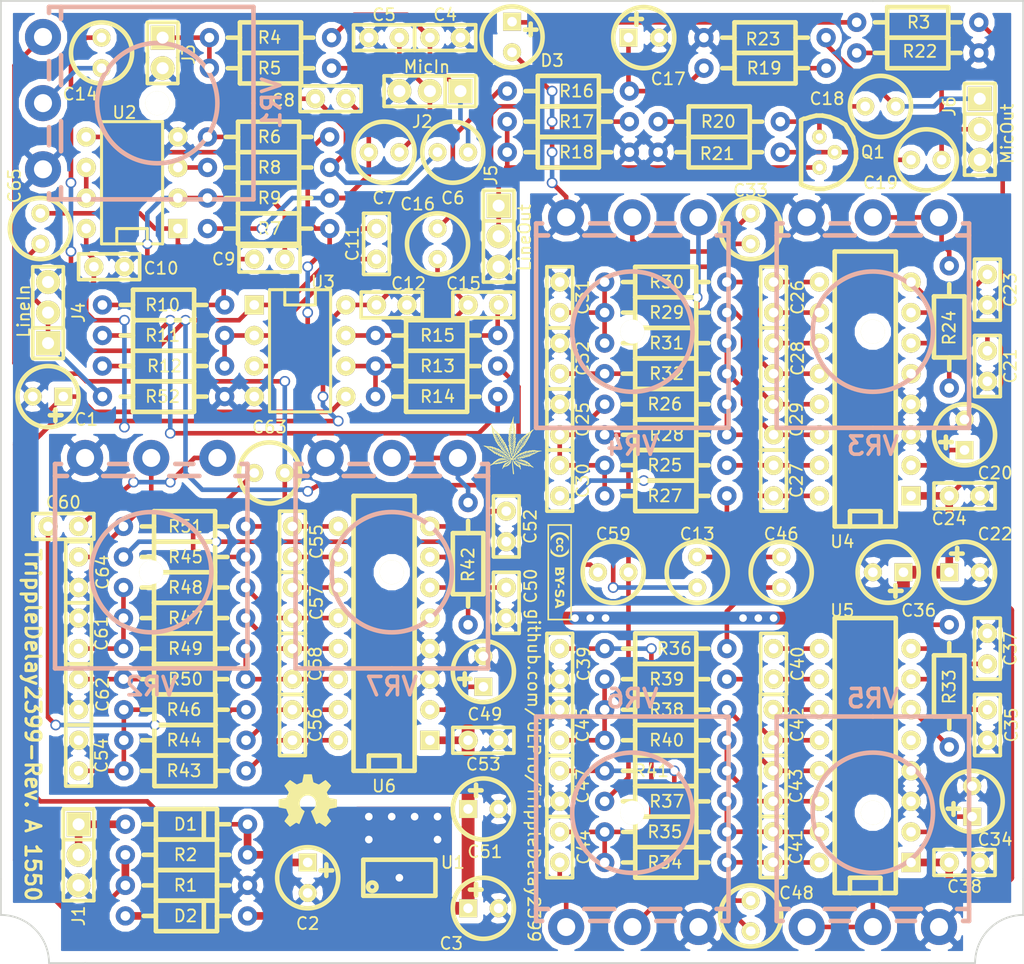
<source format=kicad_pcb>
(kicad_pcb (version 3) (host pcbnew "(2013-jul-07)-stable")
  (title_block (title "TripleDelay2399 - Delay using 3 PT2399 delay chips") (rev A) (company "By Róbert Valdimarsson (github.com/UEPro/TrippleDelay2399)") (comment 1 "Licence: CC-BY-SA"))
  (layers (15 F.Cu signal) (0 B.Cu signal) (18 B.Paste user) (19 F.Paste user) (20 B.SilkS user) (21 F.SilkS user) (22 B.Mask user) (23 F.Mask user) (28 Edge.Cuts user))
  (net 0 "")
  (net 1 +4V5)
  (net 2 +5V)
  (net 3 +9V)
  (net 4 DLY_A-B)
  (net 5 DRY)
  (net 6 GND)
  (net 7 N-000001)
  (net 8 N-0000010)
  (net 9 N-0000011)
  (net 10 N-0000012)
  (net 11 N-0000013)
  (net 12 N-0000014)
  (net 13 N-0000015)
  (net 14 N-0000016)
  (net 15 N-0000017)
  (net 16 N-0000018)
  (net 17 N-0000019)
  (net 18 N-0000020)
  (net 19 N-0000021)
  (net 20 N-0000022)
  (net 21 N-0000023)
  (net 22 N-0000025)
  (net 23 N-0000026)
  (net 24 N-0000027)
  (net 25 N-0000028)
  (net 26 N-0000029)
  (net 27 N-000003)
  (net 28 N-0000030)
  (net 29 N-0000031)
  (net 30 N-0000032)
  (net 31 N-0000033)
  (net 32 N-0000034)
  (net 33 N-0000036)
  (net 34 N-0000037)
  (net 35 N-0000038)
  (net 36 N-0000039)
  (net 37 N-0000041)
  (net 38 N-0000042)
  (net 39 N-0000043)
  (net 40 N-0000046)
  (net 41 N-0000047)
  (net 42 N-0000048)
  (net 43 N-0000049)
  (net 44 N-000005)
  (net 45 N-0000050)
  (net 46 N-0000051)
  (net 47 N-0000052)
  (net 48 N-0000053)
  (net 49 N-0000054)
  (net 50 N-0000055)
  (net 51 N-0000056)
  (net 52 N-0000057)
  (net 53 N-0000058)
  (net 54 N-0000059)
  (net 55 N-000006)
  (net 56 N-0000060)
  (net 57 N-0000061)
  (net 58 N-0000062)
  (net 59 N-0000063)
  (net 60 N-0000064)
  (net 61 N-0000065)
  (net 62 N-0000066)
  (net 63 N-0000067)
  (net 64 N-0000068)
  (net 65 N-0000069)
  (net 66 N-000007)
  (net 67 N-0000070)
  (net 68 N-0000071)
  (net 69 N-0000072)
  (net 70 N-0000073)
  (net 71 N-0000074)
  (net 72 N-0000075)
  (net 73 N-0000077)
  (net 74 N-0000078)
  (net 75 N-0000079)
  (net 76 N-000008)
  (net 77 N-0000081)
  (net 78 N-0000082)
  (net 79 N-0000083)
  (net 80 N-0000084)
  (net 81 N-0000085)
  (net 82 N-0000086)
  (net 83 N-0000087)
  (net 84 N-0000088)
  (net 85 N-0000089)
  (net 86 N-000009)
  (net 87 N-0000090)
  (net 88 N-0000091)
  (net 89 N-0000093)
  (net 90 WET)
  (module Pad-TH-0,8mm-1,6mm (layer F.Cu) (at 148.59 123.825)
    (fp_text reference Des* hide)
    (fp_text value Val* hide)
  )
  (module Pad-TH-0,8mm-1,6mm (layer F.Cu) (at 151.13 128.905)
    (fp_text reference Des* hide)
    (fp_text value Val* hide)
  )
  (module Pad-TH-0,8mm-1,6mm (layer F.Cu) (at 152.4 123.825)
    (fp_text reference Des* hide)
    (fp_text value Val* hide)
  )
  (module Pad-TH-0,8mm-1,6mm (layer F.Cu) (at 154.305 125.73)
    (fp_text reference Des* hide)
    (fp_text value Val* hide)
  )
  (module Pad-TH-0,8mm-1,6mm (layer F.Cu) (at 154.305 123.825)
    (fp_text reference Des* hide)
    (fp_text value Val* hide)
  )
  (module Pad-TH-0,8mm-1,6mm (layer F.Cu) (at 148.59 125.73)
    (fp_text reference Des* hide)
    (fp_text value Val* hide)
  )
  (module MountingHole-3,2mm (layer F.Cu) (at 131 64.5)
    (fp_text reference Des* hide)
    (fp_text value Val* hide)
    (pad "" np_thru_hole circle (at 0 0) (size 2 2) (drill 2) (layers *.Cu *.Mask F.SilkS))
  )
  (module VR_potentiometer-piher-topmount_narrow-pins (layer B.Cu) (at 190.5 83.5)
    (fp_text reference VR3 (at 0 9.5) (layer B.SilkS) (effects (font (size 1.524 1.524) (thickness 0.3)) (justify mirror)))
    (fp_text value "50k lin" hide)
    (pad 1 thru_hole circle (at -5.5 -9.5) (size 3 3) (drill 1.5) (layers *.Cu *.Mask) (net 6 GND))
    (pad 2 thru_hole circle (at 0 -9.5) (size 3 3) (drill 1.5) (layers *.Cu *.Mask) (net 88 N-0000091))
    (pad 3 thru_hole circle (at 5.5 -9.5) (size 3 3) (drill 1.5) (layers *.Cu *.Mask) (net 88 N-0000091))
  )
  (module VR_potentiometer-piher-topmount_narrow-pins (layer B.Cu) (at 190.5 123.5 180)
    (fp_text reference VR5 (at 0 9.5 180) (layer B.SilkS) (effects (font (size 1.524 1.524) (thickness 0.3)) (justify mirror)))
    (fp_text value "50k lin" hide)
    (pad 1 thru_hole circle (at -5.5 -9.5 180) (size 3 3) (drill 1.5) (layers *.Cu *.Mask) (net 6 GND))
    (pad 2 thru_hole circle (at 0 -9.5 180) (size 3 3) (drill 1.5) (layers *.Cu *.Mask) (net 71 N-0000074))
    (pad 3 thru_hole circle (at 5.5 -9.5 180) (size 3 3) (drill 1.5) (layers *.Cu *.Mask) (net 71 N-0000074))
  )
  (module VR_potentiometer-piher-topmount_narrow-pins (layer B.Cu) (at 131 64.5 90)
    (fp_text reference VR1 (at 0 9.5 90) (layer B.SilkS) (effects (font (size 1.524 1.524) (thickness 0.3)) (justify mirror)))
    (fp_text value "50k lin" hide)
    (pad 1 thru_hole circle (at -5.5 -9.5 90) (size 3 3) (drill 1.5) (layers *.Cu *.Mask) (net 6 GND))
    (pad 2 thru_hole circle (at 0 -9.5 90) (size 3 3) (drill 1.5) (layers *.Cu *.Mask) (net 7 N-000001))
    (pad 3 thru_hole circle (at 5.5 -9.5 90) (size 3 3) (drill 1.5) (layers *.Cu *.Mask) (net 90 WET))
  )
  (module VR_potentiometer-piher-topmount_narrow-pins (layer B.Cu) (at 170.5 123.5 180)
    (fp_text reference VR6 (at 0 9.5 180) (layer B.SilkS) (effects (font (size 1.524 1.524) (thickness 0.3)) (justify mirror)))
    (fp_text value "50k lin" hide)
    (pad 1 thru_hole circle (at -5.5 -9.5 180) (size 3 3) (drill 1.5) (layers *.Cu *.Mask) (net 6 GND))
    (pad 2 thru_hole circle (at 0 -9.5 180) (size 3 3) (drill 1.5) (layers *.Cu *.Mask) (net 69 N-0000072))
    (pad 3 thru_hole circle (at 5.5 -9.5 180) (size 3 3) (drill 1.5) (layers *.Cu *.Mask) (net 68 N-0000071))
  )
  (module VR_potentiometer-piher-topmount_narrow-pins (layer B.Cu) (at 130.5 103.5)
    (fp_text reference VR2 (at 0 9.5) (layer B.SilkS) (effects (font (size 1.524 1.524) (thickness 0.3)) (justify mirror)))
    (fp_text value "50k lin" hide)
    (pad 1 thru_hole circle (at -5.5 -9.5) (size 3 3) (drill 1.5) (layers *.Cu *.Mask) (net 6 GND))
    (pad 2 thru_hole circle (at 0 -9.5) (size 3 3) (drill 1.5) (layers *.Cu *.Mask) (net 22 N-0000025))
    (pad 3 thru_hole circle (at 5.5 -9.5) (size 3 3) (drill 1.5) (layers *.Cu *.Mask) (net 23 N-0000026))
  )
  (module VR_potentiometer-piher-topmount_narrow-pins (layer B.Cu) (at 170.5 83.5)
    (fp_text reference VR4 (at 0 9.5) (layer B.SilkS) (effects (font (size 1.524 1.524) (thickness 0.3)) (justify mirror)))
    (fp_text value "50k lin" hide)
    (pad 1 thru_hole circle (at -5.5 -9.5) (size 3 3) (drill 1.5) (layers *.Cu *.Mask) (net 6 GND))
    (pad 2 thru_hole circle (at 0 -9.5) (size 3 3) (drill 1.5) (layers *.Cu *.Mask) (net 60 N-0000064))
    (pad 3 thru_hole circle (at 5.5 -9.5) (size 3 3) (drill 1.5) (layers *.Cu *.Mask) (net 12 N-0000014))
  )
  (module VR_potentiometer-piher-topmount_narrow-pins (layer B.Cu) (at 150.5 103.5)
    (fp_text reference VR7 (at 0 9.5) (layer B.SilkS) (effects (font (size 1.524 1.524) (thickness 0.3)) (justify mirror)))
    (fp_text value "50k lin" hide)
    (pad 1 thru_hole circle (at -5.5 -9.5) (size 3 3) (drill 1.5) (layers *.Cu *.Mask) (net 6 GND))
    (pad 2 thru_hole circle (at 0 -9.5) (size 3 3) (drill 1.5) (layers *.Cu *.Mask) (net 31 N-0000033))
    (pad 3 thru_hole circle (at 5.5 -9.5) (size 3 3) (drill 1.5) (layers *.Cu *.Mask) (net 31 N-0000033))
  )
  (module SOT223-3 (layer F.Cu) (at 151.13 128.905)
    (fp_text reference U1 (at 4.445 -1.27) (layer F.SilkS))
    (fp_text value MCP1755S-5002 hide)
    (pad 4 smd rect (at 0 -3.302) (size 3.6576 2.032) (layers F.Cu F.Paste F.Mask) (net 6 GND))
    (pad 2 smd rect (at 0 3.302) (size 1.016 2.032) (layers F.Cu F.Paste F.Mask) (net 6 GND))
    (pad 3 smd rect (at 2.286 3.302) (size 1.016 2.032) (layers F.Cu F.Paste F.Mask) (net 2 +5V))
    (pad 1 smd rect (at -2.286 3.302) (size 1.016 2.032) (layers F.Cu F.Paste F.Mask) (net 3 +9V))
  )
  (module R_axial_400mil (layer F.Cu) (at 165.1 63.5)
    (fp_text reference R16 (at 0.762 0) (layer F.SilkS))
    (fp_text value 1k hide)
    (pad 1 thru_hole circle (at -5.00126 0) (size 1.6 1.6) (drill 0.8) (layers *.Cu *.Mask) (net 3 +9V))
    (pad 2 thru_hole circle (at 5.15874 0) (size 1.6 1.6) (drill 0.8) (layers *.Cu *.Mask) (net 42 N-0000048))
  )
  (module R_axial_400mil (layer F.Cu) (at 194.1576 60.325)
    (fp_text reference R22 (at 0.245 -0.125) (layer F.SilkS))
    (fp_text value 6k8 hide)
    (pad 1 thru_hole circle (at -5.00126 0) (size 1.6 1.6) (drill 0.8) (layers *.Cu *.Mask) (net 45 N-0000050))
    (pad 2 thru_hole circle (at 5.15874 0) (size 1.6 1.6) (drill 0.8) (layers *.Cu *.Mask) (net 6 GND))
  )
  (module R_axial_400mil (layer F.Cu) (at 181.61 59.055 180)
    (fp_text reference R23 (at 0.245 -0.125 180) (layer F.SilkS))
    (fp_text value 6k8 hide)
    (pad 1 thru_hole circle (at -5.00126 0 180) (size 1.6 1.6) (drill 0.8) (layers *.Cu *.Mask) (net 43 N-0000049))
    (pad 2 thru_hole circle (at 5.15874 0 180) (size 1.6 1.6) (drill 0.8) (layers *.Cu *.Mask) (net 6 GND))
  )
  (module R_axial_400mil (layer F.Cu) (at 156.845 102.87 90)
    (fp_text reference R42 (at 0 0 90) (layer F.SilkS))
    (fp_text value 2k7 hide)
    (pad 1 thru_hole circle (at -5.00126 0 90) (size 1.6 1.6) (drill 0.8) (layers *.Cu *.Mask) (net 32 N-0000034))
    (pad 2 thru_hole circle (at 5.15874 0 90) (size 1.6 1.6) (drill 0.8) (layers *.Cu *.Mask) (net 31 N-0000033))
  )
  (module R_axial_400mil (layer F.Cu) (at 177.8 68.58 180)
    (fp_text reference R21 (at 0.245 -0.125 180) (layer F.SilkS))
    (fp_text value 100k hide)
    (pad 1 thru_hole circle (at -5.00126 0 180) (size 1.6 1.6) (drill 0.8) (layers *.Cu *.Mask) (net 15 N-0000017))
    (pad 2 thru_hole circle (at 5.15874 0 180) (size 1.6 1.6) (drill 0.8) (layers *.Cu *.Mask) (net 6 GND))
  )
  (module R_axial_400mil (layer F.Cu) (at 133.35 127)
    (fp_text reference R2 (at 0 0) (layer F.SilkS))
    (fp_text value 10k hide)
    (pad 1 thru_hole circle (at -5.00126 0) (size 1.6 1.6) (drill 0.8) (layers *.Cu *.Mask) (net 1 +4V5))
    (pad 2 thru_hole circle (at 5.15874 0) (size 1.6 1.6) (drill 0.8) (layers *.Cu *.Mask) (net 3 +9V))
  )
  (module R_axial_400mil (layer F.Cu) (at 133.35 102.235 180)
    (fp_text reference R45 (at 0 0 180) (layer F.SilkS))
    (fp_text value 10k hide)
    (pad 1 thru_hole circle (at -5.00126 0 180) (size 1.6 1.6) (drill 0.8) (layers *.Cu *.Mask) (net 36 N-0000039))
    (pad 2 thru_hole circle (at 5.15874 0 180) (size 1.6 1.6) (drill 0.8) (layers *.Cu *.Mask) (net 37 N-0000041))
  )
  (module R_axial_400mil (layer F.Cu) (at 133.35 129.54)
    (fp_text reference R1 (at 0 0) (layer F.SilkS))
    (fp_text value 10k hide)
    (pad 1 thru_hole circle (at -5.00126 0) (size 1.6 1.6) (drill 0.8) (layers *.Cu *.Mask) (net 1 +4V5))
    (pad 2 thru_hole circle (at 5.15874 0) (size 1.6 1.6) (drill 0.8) (layers *.Cu *.Mask) (net 6 GND))
  )
  (module R_axial_400mil (layer F.Cu) (at 133.35 99.695 180)
    (fp_text reference R51 (at 0 0 180) (layer F.SilkS))
    (fp_text value 2k hide)
    (pad 1 thru_hole circle (at -5.00126 0 180) (size 1.6 1.6) (drill 0.8) (layers *.Cu *.Mask) (net 90 WET))
    (pad 2 thru_hole circle (at 5.15874 0 180) (size 1.6 1.6) (drill 0.8) (layers *.Cu *.Mask) (net 22 N-0000025))
  )
  (module R_axial_400mil (layer F.Cu) (at 194.31 57.785 180)
    (fp_text reference R3 (at 0 0 180) (layer F.SilkS))
    (fp_text value 1k hide)
    (pad 1 thru_hole circle (at -5.00126 0 180) (size 1.6 1.6) (drill 0.8) (layers *.Cu *.Mask) (net 2 +5V))
    (pad 2 thru_hole circle (at 5.15874 0 180) (size 1.6 1.6) (drill 0.8) (layers *.Cu *.Mask) (net 10 N-0000012))
  )
  (module R_axial_400mil (layer F.Cu) (at 173.2026 125.095)
    (fp_text reference R35 (at 0 0) (layer F.SilkS))
    (fp_text value 10k hide)
    (pad 1 thru_hole circle (at -5.00126 0) (size 1.6 1.6) (drill 0.8) (layers *.Cu *.Mask) (net 67 N-0000070))
    (pad 2 thru_hole circle (at 5.15874 0) (size 1.6 1.6) (drill 0.8) (layers *.Cu *.Mask) (net 65 N-0000069))
  )
  (module R_axial_400mil (layer F.Cu) (at 133.223 120.015)
    (fp_text reference R43 (at 0 0) (layer F.SilkS))
    (fp_text value 10k hide)
    (pad 1 thru_hole circle (at -5.00126 0) (size 1.6 1.6) (drill 0.8) (layers *.Cu *.Mask) (net 36 N-0000039))
    (pad 2 thru_hole circle (at 5.15874 0) (size 1.6 1.6) (drill 0.8) (layers *.Cu *.Mask) (net 18 N-0000020))
  )
  (module R_axial_400mil (layer F.Cu) (at 177.6476 66.04)
    (fp_text reference R20 (at 0 0) (layer F.SilkS))
    (fp_text value 43k hide)
    (pad 1 thru_hole circle (at -5.00126 0) (size 1.6 1.6) (drill 0.8) (layers *.Cu *.Mask) (net 40 N-0000046))
    (pad 2 thru_hole circle (at 5.15874 0) (size 1.6 1.6) (drill 0.8) (layers *.Cu *.Mask) (net 14 N-0000016))
  )
  (module R_axial_400mil (layer F.Cu) (at 133.35 112.395 180)
    (fp_text reference R50 (at 0 0 180) (layer F.SilkS))
    (fp_text value 1k hide)
    (pad 1 thru_hole circle (at -5.00126 0 180) (size 1.6 1.6) (drill 0.8) (layers *.Cu *.Mask) (net 20 N-0000022))
    (pad 2 thru_hole circle (at 5.15874 0 180) (size 1.6 1.6) (drill 0.8) (layers *.Cu *.Mask) (net 17 N-0000019))
  )
  (module R_axial_400mil (layer F.Cu) (at 140.335 59.055)
    (fp_text reference R4 (at 0 0) (layer F.SilkS))
    (fp_text value 6k8 hide)
    (pad 1 thru_hole circle (at -5.00126 0) (size 1.6 1.6) (drill 0.8) (layers *.Cu *.Mask) (net 70 N-0000073))
    (pad 2 thru_hole circle (at 5.15874 0) (size 1.6 1.6) (drill 0.8) (layers *.Cu *.Mask) (net 33 N-0000036))
  )
  (module R_axial_400mil (layer F.Cu) (at 165.1 68.58)
    (fp_text reference R18 (at 0.762 0) (layer F.SilkS))
    (fp_text value 10k hide)
    (pad 1 thru_hole circle (at -5.00126 0) (size 1.6 1.6) (drill 0.8) (layers *.Cu *.Mask) (net 41 N-0000047))
    (pad 2 thru_hole circle (at 5.15874 0) (size 1.6 1.6) (drill 0.8) (layers *.Cu *.Mask) (net 6 GND))
  )
  (module R_axial_400mil (layer F.Cu) (at 140.335 61.595)
    (fp_text reference R5 (at 0 0) (layer F.SilkS))
    (fp_text value 6k8 hide)
    (pad 1 thru_hole circle (at -5.00126 0) (size 1.6 1.6) (drill 0.8) (layers *.Cu *.Mask) (net 70 N-0000073))
    (pad 2 thru_hole circle (at 5.15874 0) (size 1.6 1.6) (drill 0.8) (layers *.Cu *.Mask) (net 34 N-0000037))
  )
  (module R_axial_400mil (layer F.Cu) (at 165.2524 66.04 180)
    (fp_text reference R17 (at -0.6096 0 180) (layer F.SilkS))
    (fp_text value 100k hide)
    (pad 1 thru_hole circle (at -5.00126 0 180) (size 1.6 1.6) (drill 0.8) (layers *.Cu *.Mask) (net 13 N-0000015))
    (pad 2 thru_hole circle (at 5.15874 0 180) (size 1.6 1.6) (drill 0.8) (layers *.Cu *.Mask) (net 41 N-0000047))
  )
  (module R_axial_400mil (layer F.Cu) (at 140.335 67.31 180)
    (fp_text reference R6 (at 0 0 180) (layer F.SilkS))
    (fp_text value 4k7 hide)
    (pad 1 thru_hole circle (at -5.00126 0 180) (size 1.6 1.6) (drill 0.8) (layers *.Cu *.Mask) (net 1 +4V5))
    (pad 2 thru_hole circle (at 5.15874 0 180) (size 1.6 1.6) (drill 0.8) (layers *.Cu *.Mask) (net 66 N-000007))
  )
  (module R_axial_400mil (layer F.Cu) (at 140.335 74.93 180)
    (fp_text reference R7 (at 0 0 180) (layer F.SilkS))
    (fp_text value 4k7 hide)
    (pad 1 thru_hole circle (at -5.00126 0 180) (size 1.6 1.6) (drill 0.8) (layers *.Cu *.Mask) (net 1 +4V5))
    (pad 2 thru_hole circle (at 5.15874 0 180) (size 1.6 1.6) (drill 0.8) (layers *.Cu *.Mask) (net 76 N-000008))
  )
  (module R_axial_400mil (layer F.Cu) (at 140.335 69.85 180)
    (fp_text reference R8 (at 0 0 180) (layer F.SilkS))
    (fp_text value 10k hide)
    (pad 1 thru_hole circle (at -5.00126 0 180) (size 1.6 1.6) (drill 0.8) (layers *.Cu *.Mask) (net 66 N-000007))
    (pad 2 thru_hole circle (at 5.15874 0 180) (size 1.6 1.6) (drill 0.8) (layers *.Cu *.Mask) (net 86 N-000009))
  )
  (module R_axial_400mil (layer F.Cu) (at 140.335 72.39 180)
    (fp_text reference R9 (at 0 0 180) (layer F.SilkS))
    (fp_text value 10k hide)
    (pad 1 thru_hole circle (at -5.00126 0 180) (size 1.6 1.6) (drill 0.8) (layers *.Cu *.Mask) (net 76 N-000008))
    (pad 2 thru_hole circle (at 5.15874 0 180) (size 1.6 1.6) (drill 0.8) (layers *.Cu *.Mask) (net 8 N-0000010))
  )
  (module R_axial_400mil (layer F.Cu) (at 131.445 81.28)
    (fp_text reference R10 (at 0 0) (layer F.SilkS))
    (fp_text value 180k hide)
    (pad 1 thru_hole circle (at -5.00126 0) (size 1.6 1.6) (drill 0.8) (layers *.Cu *.Mask) (net 8 N-0000010))
    (pad 2 thru_hole circle (at 5.15874 0) (size 1.6 1.6) (drill 0.8) (layers *.Cu *.Mask) (net 9 N-0000011))
  )
  (module R_axial_400mil (layer F.Cu) (at 154.305 83.82 180)
    (fp_text reference R15 (at 0 0 180) (layer F.SilkS))
    (fp_text value 910 hide)
    (pad 1 thru_hole circle (at -5.00126 0 180) (size 1.6 1.6) (drill 0.8) (layers *.Cu *.Mask) (net 44 N-000005))
    (pad 2 thru_hole circle (at 5.15874 0 180) (size 1.6 1.6) (drill 0.8) (layers *.Cu *.Mask) (net 55 N-000006))
  )
  (module R_axial_400mil (layer F.Cu) (at 154.305 88.9 180)
    (fp_text reference R14 (at 0 0 180) (layer F.SilkS))
    (fp_text value 39k hide)
    (pad 1 thru_hole circle (at -5.00126 0 180) (size 1.6 1.6) (drill 0.8) (layers *.Cu *.Mask) (net 27 N-000003))
    (pad 2 thru_hole circle (at 5.15874 0 180) (size 1.6 1.6) (drill 0.8) (layers *.Cu *.Mask) (net 44 N-000005))
  )
  (module R_axial_400mil (layer F.Cu) (at 154.305 86.36 180)
    (fp_text reference R13 (at 0 0 180) (layer F.SilkS))
    (fp_text value 39k hide)
    (pad 1 thru_hole circle (at -5.00126 0 180) (size 1.6 1.6) (drill 0.8) (layers *.Cu *.Mask) (net 49 N-0000054))
    (pad 2 thru_hole circle (at 5.15874 0 180) (size 1.6 1.6) (drill 0.8) (layers *.Cu *.Mask) (net 44 N-000005))
  )
  (module R_axial_400mil (layer F.Cu) (at 196.85 113.03 90)
    (fp_text reference R33 (at 0 0 90) (layer F.SilkS))
    (fp_text value 2k7 hide)
    (pad 1 thru_hole circle (at -5.00126 0 90) (size 1.6 1.6) (drill 0.8) (layers *.Cu *.Mask) (net 72 N-0000075))
    (pad 2 thru_hole circle (at 5.15874 0 90) (size 1.6 1.6) (drill 0.8) (layers *.Cu *.Mask) (net 71 N-0000074))
  )
  (module R_axial_400mil (layer F.Cu) (at 131.445 88.9)
    (fp_text reference R52 (at 0 0) (layer F.SilkS))
    (fp_text value optional hide)
    (pad 1 thru_hole circle (at -5.00126 0) (size 1.6 1.6) (drill 0.8) (layers *.Cu *.Mask) (net 47 N-0000052))
    (pad 2 thru_hole circle (at 5.15874 0) (size 1.6 1.6) (drill 0.8) (layers *.Cu *.Mask) (net 6 GND))
  )
  (module R_axial_400mil (layer F.Cu) (at 131.5974 86.36 180)
    (fp_text reference R12 (at 0 0 180) (layer F.SilkS))
    (fp_text value 180k hide)
    (pad 1 thru_hole circle (at -5.00126 0 180) (size 1.6 1.6) (drill 0.8) (layers *.Cu *.Mask) (net 48 N-0000053))
    (pad 2 thru_hole circle (at 5.15874 0 180) (size 1.6 1.6) (drill 0.8) (layers *.Cu *.Mask) (net 49 N-0000054))
  )
  (module R_axial_400mil (layer F.Cu) (at 131.445 83.82)
    (fp_text reference R11 (at 0 0) (layer F.SilkS))
    (fp_text value 10k hide)
    (pad 1 thru_hole circle (at -5.00126 0) (size 1.6 1.6) (drill 0.8) (layers *.Cu *.Mask) (net 9 N-0000011))
    (pad 2 thru_hole circle (at 5.15874 0) (size 1.6 1.6) (drill 0.8) (layers *.Cu *.Mask) (net 48 N-0000053))
  )
  (module R_axial_400mil (layer F.Cu) (at 173.2026 89.535)
    (fp_text reference R26 (at 0 0) (layer F.SilkS))
    (fp_text value 10k hide)
    (pad 1 thru_hole circle (at -5.00126 0) (size 1.6 1.6) (drill 0.8) (layers *.Cu *.Mask) (net 11 N-0000013))
    (pad 2 thru_hole circle (at 5.15874 0) (size 1.6 1.6) (drill 0.8) (layers *.Cu *.Mask) (net 84 N-0000088))
  )
  (module R_axial_400mil (layer F.Cu) (at 173.355 81.915 180)
    (fp_text reference R29 (at 0 0 180) (layer F.SilkS))
    (fp_text value 10k hide)
    (pad 1 thru_hole circle (at -5.00126 0 180) (size 1.6 1.6) (drill 0.8) (layers *.Cu *.Mask) (net 83 N-0000087))
    (pad 2 thru_hole circle (at 5.15874 0 180) (size 1.6 1.6) (drill 0.8) (layers *.Cu *.Mask) (net 87 N-0000090))
  )
  (module R_axial_400mil (layer F.Cu) (at 173.355 79.375 180)
    (fp_text reference R30 (at 0 0 180) (layer F.SilkS))
    (fp_text value 10k hide)
    (pad 1 thru_hole circle (at -5.00126 0 180) (size 1.6 1.6) (drill 0.8) (layers *.Cu *.Mask) (net 85 N-0000089))
    (pad 2 thru_hole circle (at 5.15874 0 180) (size 1.6 1.6) (drill 0.8) (layers *.Cu *.Mask) (net 87 N-0000090))
  )
  (module R_axial_400mil (layer F.Cu) (at 173.355 84.455 180)
    (fp_text reference R31 (at 0 0 180) (layer F.SilkS))
    (fp_text value 20k hide)
    (pad 1 thru_hole circle (at -5.00126 0 180) (size 1.6 1.6) (drill 0.8) (layers *.Cu *.Mask) (net 82 N-0000086))
    (pad 2 thru_hole circle (at 5.15874 0 180) (size 1.6 1.6) (drill 0.8) (layers *.Cu *.Mask) (net 87 N-0000090))
  )
  (module R_axial_400mil (layer F.Cu) (at 181.4576 61.595)
    (fp_text reference R19 (at 0 0) (layer F.SilkS))
    (fp_text value 56k hide)
    (pad 1 thru_hole circle (at -5.00126 0) (size 1.6 1.6) (drill 0.8) (layers *.Cu *.Mask) (net 42 N-0000048))
    (pad 2 thru_hole circle (at 5.15874 0) (size 1.6 1.6) (drill 0.8) (layers *.Cu *.Mask) (net 40 N-0000046))
  )
  (module R_axial_400mil (layer F.Cu) (at 173.355 92.075 180)
    (fp_text reference R28 (at 0 0 180) (layer F.SilkS))
    (fp_text value 5k1 hide)
    (pad 1 thru_hole circle (at -5.00126 0 180) (size 1.6 1.6) (drill 0.8) (layers *.Cu *.Mask) (net 84 N-0000088))
    (pad 2 thru_hole circle (at 5.15874 0 180) (size 1.6 1.6) (drill 0.8) (layers *.Cu *.Mask) (net 4 DLY_A-B))
  )
  (module R_axial_400mil (layer F.Cu) (at 173.355 86.995 180)
    (fp_text reference R32 (at 0 0 180) (layer F.SilkS))
    (fp_text value 1k hide)
    (pad 1 thru_hole circle (at -5.00126 0 180) (size 1.6 1.6) (drill 0.8) (layers *.Cu *.Mask) (net 82 N-0000086))
    (pad 2 thru_hole circle (at 5.15874 0 180) (size 1.6 1.6) (drill 0.8) (layers *.Cu *.Mask) (net 73 N-0000077))
  )
  (module R_axial_400mil (layer F.Cu) (at 173.2026 94.615)
    (fp_text reference R25 (at 0 0) (layer F.SilkS))
    (fp_text value 10k hide)
    (pad 1 thru_hole circle (at -5.00126 0) (size 1.6 1.6) (drill 0.8) (layers *.Cu *.Mask) (net 11 N-0000013))
    (pad 2 thru_hole circle (at 5.15874 0) (size 1.6 1.6) (drill 0.8) (layers *.Cu *.Mask) (net 89 N-0000093))
  )
  (module R_axial_400mil (layer F.Cu) (at 173.2026 97.155)
    (fp_text reference R27 (at 0 0) (layer F.SilkS))
    (fp_text value 10k hide)
    (pad 1 thru_hole circle (at -5.00126 0) (size 1.6 1.6) (drill 0.8) (layers *.Cu *.Mask) (net 11 N-0000013))
    (pad 2 thru_hole circle (at 5.15874 0) (size 1.6 1.6) (drill 0.8) (layers *.Cu *.Mask) (net 5 DRY))
  )
  (module R_axial_400mil (layer F.Cu) (at 196.85 83.185 90)
    (fp_text reference R24 (at 0 0 90) (layer F.SilkS))
    (fp_text value 2k7 hide)
    (pad 1 thru_hole circle (at -5.00126 0 90) (size 1.6 1.6) (drill 0.8) (layers *.Cu *.Mask) (net 77 N-0000081))
    (pad 2 thru_hole circle (at 5.15874 0 90) (size 1.6 1.6) (drill 0.8) (layers *.Cu *.Mask) (net 88 N-0000091))
  )
  (module R_axial_400mil (layer F.Cu) (at 173.2026 109.855)
    (fp_text reference R36 (at 0.7874 0) (layer F.SilkS))
    (fp_text value 10k hide)
    (pad 1 thru_hole circle (at -5.00126 0) (size 1.6 1.6) (drill 0.8) (layers *.Cu *.Mask) (net 67 N-0000070))
    (pad 2 thru_hole circle (at 5.15874 0) (size 1.6 1.6) (drill 0.8) (layers *.Cu *.Mask) (net 56 N-0000060))
  )
  (module R_axial_400mil (layer F.Cu) (at 173.355 117.475 180)
    (fp_text reference R40 (at 0 0 180) (layer F.SilkS))
    (fp_text value 20k hide)
    (pad 1 thru_hole circle (at -5.00126 0 180) (size 1.6 1.6) (drill 0.8) (layers *.Cu *.Mask) (net 52 N-0000057))
    (pad 2 thru_hole circle (at 5.15874 0 180) (size 1.6 1.6) (drill 0.8) (layers *.Cu *.Mask) (net 53 N-0000058))
  )
  (module R_axial_400mil (layer F.Cu) (at 133.223 114.935)
    (fp_text reference R46 (at 0 0) (layer F.SilkS))
    (fp_text value 5k1 hide)
    (pad 1 thru_hole circle (at -5.00126 0) (size 1.6 1.6) (drill 0.8) (layers *.Cu *.Mask) (net 36 N-0000039))
    (pad 2 thru_hole circle (at 5.15874 0) (size 1.6 1.6) (drill 0.8) (layers *.Cu *.Mask) (net 29 N-0000031))
  )
  (module R_axial_400mil (layer F.Cu) (at 173.355 114.935 180)
    (fp_text reference R38 (at 0 0 180) (layer F.SilkS))
    (fp_text value 10k hide)
    (pad 1 thru_hole circle (at -5.00126 0 180) (size 1.6 1.6) (drill 0.8) (layers *.Cu *.Mask) (net 51 N-0000056))
    (pad 2 thru_hole circle (at 5.15874 0 180) (size 1.6 1.6) (drill 0.8) (layers *.Cu *.Mask) (net 53 N-0000058))
  )
  (module R_axial_400mil (layer F.Cu) (at 133.35 109.855 180)
    (fp_text reference R49 (at 0 0 180) (layer F.SilkS))
    (fp_text value 20k hide)
    (pad 1 thru_hole circle (at -5.00126 0 180) (size 1.6 1.6) (drill 0.8) (layers *.Cu *.Mask) (net 20 N-0000022))
    (pad 2 thru_hole circle (at 5.15874 0 180) (size 1.6 1.6) (drill 0.8) (layers *.Cu *.Mask) (net 21 N-0000023))
  )
  (module R_axial_400mil (layer F.Cu) (at 133.35 104.775 180)
    (fp_text reference R48 (at 0 0 180) (layer F.SilkS))
    (fp_text value 10k hide)
    (pad 1 thru_hole circle (at -5.00126 0 180) (size 1.6 1.6) (drill 0.8) (layers *.Cu *.Mask) (net 24 N-0000027))
    (pad 2 thru_hole circle (at 5.15874 0 180) (size 1.6 1.6) (drill 0.8) (layers *.Cu *.Mask) (net 21 N-0000023))
  )
  (module R_axial_400mil (layer F.Cu) (at 133.35 107.315 180)
    (fp_text reference R47 (at 0 0 180) (layer F.SilkS))
    (fp_text value 10k hide)
    (pad 1 thru_hole circle (at -5.00126 0 180) (size 1.6 1.6) (drill 0.8) (layers *.Cu *.Mask) (net 19 N-0000021))
    (pad 2 thru_hole circle (at 5.15874 0 180) (size 1.6 1.6) (drill 0.8) (layers *.Cu *.Mask) (net 21 N-0000023))
  )
  (module R_axial_400mil (layer F.Cu) (at 133.223 117.475)
    (fp_text reference R44 (at 0 0) (layer F.SilkS))
    (fp_text value 10k hide)
    (pad 1 thru_hole circle (at -5.00126 0) (size 1.6 1.6) (drill 0.8) (layers *.Cu *.Mask) (net 36 N-0000039))
    (pad 2 thru_hole circle (at 5.15874 0) (size 1.6 1.6) (drill 0.8) (layers *.Cu *.Mask) (net 30 N-0000032))
  )
  (module R_axial_400mil (layer F.Cu) (at 173.355 112.395 180)
    (fp_text reference R39 (at 0 0 180) (layer F.SilkS))
    (fp_text value 10k hide)
    (pad 1 thru_hole circle (at -5.00126 0 180) (size 1.6 1.6) (drill 0.8) (layers *.Cu *.Mask) (net 59 N-0000063))
    (pad 2 thru_hole circle (at 5.15874 0 180) (size 1.6 1.6) (drill 0.8) (layers *.Cu *.Mask) (net 53 N-0000058))
  )
  (module R_axial_400mil (layer F.Cu) (at 173.2026 127.635)
    (fp_text reference R34 (at 0 0) (layer F.SilkS))
    (fp_text value 10k hide)
    (pad 1 thru_hole circle (at -5.00126 0) (size 1.6 1.6) (drill 0.8) (layers *.Cu *.Mask) (net 67 N-0000070))
    (pad 2 thru_hole circle (at 5.15874 0) (size 1.6 1.6) (drill 0.8) (layers *.Cu *.Mask) (net 54 N-0000059))
  )
  (module R_axial_400mil (layer F.Cu) (at 173.355 122.555 180)
    (fp_text reference R37 (at 0 0 180) (layer F.SilkS))
    (fp_text value 5k1 hide)
    (pad 1 thru_hole circle (at -5.00126 0 180) (size 1.6 1.6) (drill 0.8) (layers *.Cu *.Mask) (net 65 N-0000069))
    (pad 2 thru_hole circle (at 5.15874 0 180) (size 1.6 1.6) (drill 0.8) (layers *.Cu *.Mask) (net 4 DLY_A-B))
  )
  (module R_axial_400mil (layer F.Cu) (at 173.355 120.015 180)
    (fp_text reference R41 (at 1.27 0 180) (layer F.SilkS))
    (fp_text value 1k hide)
    (pad 1 thru_hole circle (at -5.00126 0 180) (size 1.6 1.6) (drill 0.8) (layers *.Cu *.Mask) (net 52 N-0000057))
    (pad 2 thru_hole circle (at 5.15874 0 180) (size 1.6 1.6) (drill 0.8) (layers *.Cu *.Mask) (net 50 N-0000055))
  )
  (module PinArray-100mil-1x3 (layer F.Cu) (at 124.46 127 270)
    (fp_text reference J1 (at 5.08 0 270) (layer F.SilkS))
    (fp_text value DCIn hide)
    (pad 1 thru_hole rect (at -2.54 0 270) (size 2 2) (drill 1) (layers *.Cu *.Mask F.SilkS) (net 16 N-0000018))
    (pad 2 thru_hole circle (at 0 0 270) (size 2 2) (drill 1) (layers *.Cu *.Mask F.SilkS) (net 16 N-0000018))
    (pad 3 thru_hole circle (at 2.54 0 270) (size 2 2) (drill 1) (layers *.Cu *.Mask F.SilkS) (net 6 GND))
  )
  (module PinArray-100mil-1x3 (layer F.Cu) (at 121.92 81.915 90)
    (fp_text reference J4 (at 0 2.54 90) (layer F.SilkS))
    (fp_text value LineIn hide)
    (pad 1 thru_hole rect (at -2.54 0 90) (size 2 2) (drill 1) (layers *.Cu *.Mask F.SilkS) (net 47 N-0000052))
    (pad 2 thru_hole circle (at 0 0 90) (size 2 2) (drill 1) (layers *.Cu *.Mask F.SilkS) (net 47 N-0000052))
    (pad 3 thru_hole circle (at 2.54 0 90) (size 2 2) (drill 1) (layers *.Cu *.Mask F.SilkS) (net 6 GND))
  )
  (module PinArray-100mil-1x3 (layer F.Cu) (at 199.39 66.675 270)
    (fp_text reference J6 (at -1.905 2.54 270) (layer F.SilkS))
    (fp_text value MicOut hide)
    (pad 1 thru_hole rect (at -2.54 0 270) (size 2 2) (drill 1) (layers *.Cu *.Mask F.SilkS) (net 43 N-0000049))
    (pad 2 thru_hole circle (at 0 0 270) (size 2 2) (drill 1) (layers *.Cu *.Mask F.SilkS) (net 45 N-0000050))
    (pad 3 thru_hole circle (at 2.54 0 270) (size 2 2) (drill 1) (layers *.Cu *.Mask F.SilkS) (net 6 GND))
  )
  (module PinArray-100mil-1x3 (layer F.Cu) (at 159.385 75.565 270)
    (fp_text reference J5 (at -5.08 0.635 270) (layer F.SilkS))
    (fp_text value LineOut hide)
    (pad 1 thru_hole rect (at -2.54 0 270) (size 2 2) (drill 1) (layers *.Cu *.Mask F.SilkS) (net 41 N-0000047))
    (pad 2 thru_hole circle (at 0 0 270) (size 2 2) (drill 1) (layers *.Cu *.Mask F.SilkS) (net 41 N-0000047))
    (pad 3 thru_hole circle (at 2.54 0 270) (size 2 2) (drill 1) (layers *.Cu *.Mask F.SilkS) (net 6 GND))
  )
  (module PinArray-100mil-1x3 (layer F.Cu) (at 153.67 63.5 180)
    (fp_text reference J2 (at 0.635 -2.54 180) (layer F.SilkS))
    (fp_text value MicIn hide)
    (pad 1 thru_hole rect (at -2.54 0 180) (size 2 2) (drill 1) (layers *.Cu *.Mask F.SilkS) (net 33 N-0000036))
    (pad 2 thru_hole circle (at 0 0 180) (size 2 2) (drill 1) (layers *.Cu *.Mask F.SilkS) (net 34 N-0000037))
    (pad 3 thru_hole circle (at 2.54 0 180) (size 2 2) (drill 1) (layers *.Cu *.Mask F.SilkS) (net 6 GND))
  )
  (module PinArray-100mil-1x2 (layer F.Cu) (at 131.445 60.325 270)
    (fp_text reference J3 (at 0.127 -2.159 270) (layer F.SilkS))
    (fp_text value P48 hide)
    (pad 1 thru_hole rect (at -1.27 0 270) (size 2 2) (drill 1) (layers *.Cu *.Mask F.SilkS) (net 70 N-0000073))
    (pad 2 thru_hole circle (at 1.27 0 270) (size 2 2) (drill 1) (layers *.Cu *.Mask F.SilkS) (net 6 GND))
  )
  (module DIP-8_300 (layer F.Cu) (at 128.905 71.12 90)
    (fp_text reference U2 (at 5.842 -0.635 180) (layer F.SilkS))
    (fp_text value NE5532 hide)
    (pad 1 thru_hole rect (at -3.81 3.81 90) (size 1.6 1.6) (drill 0.8) (layers *.Cu *.Mask F.SilkS) (net 9 N-0000011))
    (pad 2 thru_hole circle (at -1.27 3.81 90) (size 1.6 1.6) (drill 0.8) (layers *.Cu *.Mask F.SilkS) (net 8 N-0000010))
    (pad 3 thru_hole circle (at 1.27 3.81 90) (size 1.6 1.6) (drill 0.8) (layers *.Cu *.Mask F.SilkS) (net 86 N-000009))
    (pad 4 thru_hole circle (at 3.81 3.81 90) (size 1.6 1.6) (drill 0.8) (layers *.Cu *.Mask F.SilkS) (net 6 GND))
    (pad 5 thru_hole circle (at 3.81 -3.81 90) (size 1.6 1.6) (drill 0.8) (layers *.Cu *.Mask F.SilkS) (net 1 +4V5))
    (pad 6 thru_hole circle (at 1.27 -3.81 90) (size 1.6 1.6) (drill 0.8) (layers *.Cu *.Mask F.SilkS) (net 46 N-0000051))
    (pad 7 thru_hole circle (at -1.27 -3.81 90) (size 1.6 1.6) (drill 0.8) (layers *.Cu *.Mask F.SilkS) (net 46 N-0000051))
    (pad 8 thru_hole circle (at -3.81 -3.81 90) (size 1.6 1.6) (drill 0.8) (layers *.Cu *.Mask F.SilkS) (net 3 +9V))
  )
  (module DIP-8_300 (layer F.Cu) (at 142.875 85.09 270)
    (fp_text reference U3 (at -5.715 -1.905 360) (layer F.SilkS))
    (fp_text value NE5532 hide)
    (pad 1 thru_hole rect (at -3.81 3.81 270) (size 1.6 1.6) (drill 0.8) (layers *.Cu *.Mask F.SilkS) (net 49 N-0000054))
    (pad 2 thru_hole circle (at -1.27 3.81 270) (size 1.6 1.6) (drill 0.8) (layers *.Cu *.Mask F.SilkS) (net 48 N-0000053))
    (pad 3 thru_hole circle (at 1.27 3.81 270) (size 1.6 1.6) (drill 0.8) (layers *.Cu *.Mask F.SilkS) (net 1 +4V5))
    (pad 4 thru_hole circle (at 3.81 3.81 270) (size 1.6 1.6) (drill 0.8) (layers *.Cu *.Mask F.SilkS) (net 6 GND))
    (pad 5 thru_hole circle (at 3.81 -3.81 270) (size 1.6 1.6) (drill 0.8) (layers *.Cu *.Mask F.SilkS) (net 1 +4V5))
    (pad 6 thru_hole circle (at 1.27 -3.81 270) (size 1.6 1.6) (drill 0.8) (layers *.Cu *.Mask F.SilkS) (net 44 N-000005))
    (pad 7 thru_hole circle (at -1.27 -3.81 270) (size 1.6 1.6) (drill 0.8) (layers *.Cu *.Mask F.SilkS) (net 55 N-000006))
    (pad 8 thru_hole circle (at -3.81 -3.81 270) (size 1.6 1.6) (drill 0.8) (layers *.Cu *.Mask F.SilkS) (net 3 +9V))
  )
  (module DIP-16_300 (layer F.Cu) (at 189.865 88.265 90)
    (fp_text reference U4 (at -12.7 -1.905 180) (layer F.SilkS))
    (fp_text value PT2399 hide)
    (pad 1 thru_hole rect (at -8.89 3.81 90) (size 1.6 1.6) (drill 0.8) (layers *.Cu *.Mask F.SilkS) (net 2 +5V))
    (pad 2 thru_hole circle (at -6.35 3.81 90) (size 1.6 1.6) (drill 0.8) (layers *.Cu *.Mask F.SilkS) (net 75 N-0000079))
    (pad 3 thru_hole circle (at -3.81 3.81 90) (size 1.6 1.6) (drill 0.8) (layers *.Cu *.Mask F.SilkS) (net 6 GND))
    (pad 4 thru_hole circle (at -1.27 3.81 90) (size 1.6 1.6) (drill 0.8) (layers *.Cu *.Mask F.SilkS) (net 6 GND))
    (pad 5 thru_hole circle (at 1.27 3.81 90) (size 1.6 1.6) (drill 0.8) (layers *.Cu *.Mask F.SilkS))
    (pad 6 thru_hole circle (at 3.81 3.81 90) (size 1.6 1.6) (drill 0.8) (layers *.Cu *.Mask F.SilkS) (net 77 N-0000081))
    (pad 7 thru_hole circle (at 6.35 3.81 90) (size 1.6 1.6) (drill 0.8) (layers *.Cu *.Mask F.SilkS) (net 74 N-0000078))
    (pad 8 thru_hole circle (at 8.89 3.81 90) (size 1.6 1.6) (drill 0.8) (layers *.Cu *.Mask F.SilkS) (net 78 N-0000082))
    (pad 9 thru_hole circle (at 8.89 -3.81 90) (size 1.6 1.6) (drill 0.8) (layers *.Cu *.Mask F.SilkS) (net 79 N-0000083))
    (pad 10 thru_hole circle (at 6.35 -3.81 90) (size 1.6 1.6) (drill 0.8) (layers *.Cu *.Mask F.SilkS) (net 80 N-0000084))
    (pad 11 thru_hole circle (at 3.81 -3.81 90) (size 1.6 1.6) (drill 0.8) (layers *.Cu *.Mask F.SilkS) (net 81 N-0000085))
    (pad 12 thru_hole circle (at 1.27 -3.81 90) (size 1.6 1.6) (drill 0.8) (layers *.Cu *.Mask F.SilkS) (net 85 N-0000089))
    (pad 13 thru_hole circle (at -1.27 -3.81 90) (size 1.6 1.6) (drill 0.8) (layers *.Cu *.Mask F.SilkS) (net 83 N-0000087))
    (pad 14 thru_hole circle (at -3.81 -3.81 90) (size 1.6 1.6) (drill 0.8) (layers *.Cu *.Mask F.SilkS) (net 82 N-0000086))
    (pad 15 thru_hole circle (at -6.35 -3.81 90) (size 1.6 1.6) (drill 0.8) (layers *.Cu *.Mask F.SilkS) (net 84 N-0000088))
    (pad 16 thru_hole circle (at -8.89 -3.81 90) (size 1.6 1.6) (drill 0.8) (layers *.Cu *.Mask F.SilkS) (net 89 N-0000093))
  )
  (module DIP-16_300 (layer F.Cu) (at 189.865 118.745 90)
    (fp_text reference U5 (at 12.065 -1.905 180) (layer F.SilkS))
    (fp_text value PT2399 hide)
    (pad 1 thru_hole rect (at -8.89 3.81 90) (size 1.6 1.6) (drill 0.8) (layers *.Cu *.Mask F.SilkS) (net 2 +5V))
    (pad 2 thru_hole circle (at -6.35 3.81 90) (size 1.6 1.6) (drill 0.8) (layers *.Cu *.Mask F.SilkS) (net 57 N-0000061))
    (pad 3 thru_hole circle (at -3.81 3.81 90) (size 1.6 1.6) (drill 0.8) (layers *.Cu *.Mask F.SilkS) (net 6 GND))
    (pad 4 thru_hole circle (at -1.27 3.81 90) (size 1.6 1.6) (drill 0.8) (layers *.Cu *.Mask F.SilkS) (net 6 GND))
    (pad 5 thru_hole circle (at 1.27 3.81 90) (size 1.6 1.6) (drill 0.8) (layers *.Cu *.Mask F.SilkS))
    (pad 6 thru_hole circle (at 3.81 3.81 90) (size 1.6 1.6) (drill 0.8) (layers *.Cu *.Mask F.SilkS) (net 72 N-0000075))
    (pad 7 thru_hole circle (at 6.35 3.81 90) (size 1.6 1.6) (drill 0.8) (layers *.Cu *.Mask F.SilkS) (net 58 N-0000062))
    (pad 8 thru_hole circle (at 8.89 3.81 90) (size 1.6 1.6) (drill 0.8) (layers *.Cu *.Mask F.SilkS) (net 64 N-0000068))
    (pad 9 thru_hole circle (at 8.89 -3.81 90) (size 1.6 1.6) (drill 0.8) (layers *.Cu *.Mask F.SilkS) (net 61 N-0000065))
    (pad 10 thru_hole circle (at 6.35 -3.81 90) (size 1.6 1.6) (drill 0.8) (layers *.Cu *.Mask F.SilkS) (net 62 N-0000066))
    (pad 11 thru_hole circle (at 3.81 -3.81 90) (size 1.6 1.6) (drill 0.8) (layers *.Cu *.Mask F.SilkS) (net 63 N-0000067))
    (pad 12 thru_hole circle (at 1.27 -3.81 90) (size 1.6 1.6) (drill 0.8) (layers *.Cu *.Mask F.SilkS) (net 59 N-0000063))
    (pad 13 thru_hole circle (at -1.27 -3.81 90) (size 1.6 1.6) (drill 0.8) (layers *.Cu *.Mask F.SilkS) (net 51 N-0000056))
    (pad 14 thru_hole circle (at -3.81 -3.81 90) (size 1.6 1.6) (drill 0.8) (layers *.Cu *.Mask F.SilkS) (net 52 N-0000057))
    (pad 15 thru_hole circle (at -6.35 -3.81 90) (size 1.6 1.6) (drill 0.8) (layers *.Cu *.Mask F.SilkS) (net 65 N-0000069))
    (pad 16 thru_hole circle (at -8.89 -3.81 90) (size 1.6 1.6) (drill 0.8) (layers *.Cu *.Mask F.SilkS) (net 54 N-0000059))
  )
  (module DIP-16_300 (layer F.Cu) (at 149.86 108.585 90)
    (fp_text reference U6 (at -12.7 0 180) (layer F.SilkS))
    (fp_text value PT2399 hide)
    (pad 1 thru_hole rect (at -8.89 3.81 90) (size 1.6 1.6) (drill 0.8) (layers *.Cu *.Mask F.SilkS) (net 2 +5V))
    (pad 2 thru_hole circle (at -6.35 3.81 90) (size 1.6 1.6) (drill 0.8) (layers *.Cu *.Mask F.SilkS) (net 38 N-0000042))
    (pad 3 thru_hole circle (at -3.81 3.81 90) (size 1.6 1.6) (drill 0.8) (layers *.Cu *.Mask F.SilkS) (net 6 GND))
    (pad 4 thru_hole circle (at -1.27 3.81 90) (size 1.6 1.6) (drill 0.8) (layers *.Cu *.Mask F.SilkS) (net 6 GND))
    (pad 5 thru_hole circle (at 1.27 3.81 90) (size 1.6 1.6) (drill 0.8) (layers *.Cu *.Mask F.SilkS))
    (pad 6 thru_hole circle (at 3.81 3.81 90) (size 1.6 1.6) (drill 0.8) (layers *.Cu *.Mask F.SilkS) (net 32 N-0000034))
    (pad 7 thru_hole circle (at 6.35 3.81 90) (size 1.6 1.6) (drill 0.8) (layers *.Cu *.Mask F.SilkS) (net 35 N-0000038))
    (pad 8 thru_hole circle (at 8.89 3.81 90) (size 1.6 1.6) (drill 0.8) (layers *.Cu *.Mask F.SilkS) (net 39 N-0000043))
    (pad 9 thru_hole circle (at 8.89 -3.81 90) (size 1.6 1.6) (drill 0.8) (layers *.Cu *.Mask F.SilkS) (net 25 N-0000028))
    (pad 10 thru_hole circle (at 6.35 -3.81 90) (size 1.6 1.6) (drill 0.8) (layers *.Cu *.Mask F.SilkS) (net 26 N-0000029))
    (pad 11 thru_hole circle (at 3.81 -3.81 90) (size 1.6 1.6) (drill 0.8) (layers *.Cu *.Mask F.SilkS) (net 28 N-0000030))
    (pad 12 thru_hole circle (at 1.27 -3.81 90) (size 1.6 1.6) (drill 0.8) (layers *.Cu *.Mask F.SilkS) (net 24 N-0000027))
    (pad 13 thru_hole circle (at -1.27 -3.81 90) (size 1.6 1.6) (drill 0.8) (layers *.Cu *.Mask F.SilkS) (net 19 N-0000021))
    (pad 14 thru_hole circle (at -3.81 -3.81 90) (size 1.6 1.6) (drill 0.8) (layers *.Cu *.Mask F.SilkS) (net 20 N-0000022))
    (pad 15 thru_hole circle (at -6.35 -3.81 90) (size 1.6 1.6) (drill 0.8) (layers *.Cu *.Mask F.SilkS) (net 30 N-0000032))
    (pad 16 thru_hole circle (at -8.89 -3.81 90) (size 1.6 1.6) (drill 0.8) (layers *.Cu *.Mask F.SilkS) (net 18 N-0000020))
  )
  (module D_axial_400mil (layer F.Cu) (at 133.35 132.08)
    (fp_text reference D2 (at 0 0) (layer F.SilkS))
    (fp_text value 1N4001 hide)
    (pad 1 thru_hole circle (at -5.00126 0) (size 1.6 1.6) (drill 0.8) (layers *.Cu *.Mask) (net 2 +5V))
    (pad 2 thru_hole circle (at 5.15874 0) (size 1.6 1.6) (drill 0.8) (layers *.Cu *.Mask) (net 3 +9V))
  )
  (module D_axial_400mil (layer F.Cu) (at 133.35 124.46)
    (fp_text reference D1 (at 0 0) (layer F.SilkS))
    (fp_text value 1N4001 hide)
    (pad 1 thru_hole circle (at -5.00126 0) (size 1.6 1.6) (drill 0.8) (layers *.Cu *.Mask) (net 16 N-0000018))
    (pad 2 thru_hole circle (at 5.15874 0) (size 1.6 1.6) (drill 0.8) (layers *.Cu *.Mask) (net 3 +9V))
  )
  (module C_round-radial-polar-2,5mm-5mm (layer F.Cu) (at 171.45 59.055)
    (fp_text reference C17 (at 2.032 3.429) (layer F.SilkS))
    (fp_text value 47µ hide)
    (pad 2 thru_hole circle (at 1.27 0) (size 1.5 1.5) (drill 0.8) (layers *.Cu *.Mask F.SilkS) (net 6 GND))
    (pad 1 thru_hole rect (at -1.27 0) (size 1.5 1.5) (drill 0.8) (layers *.Cu *.Mask F.SilkS) (net 42 N-0000048))
  )
  (module C_round-radial-polar-2,5mm-5mm (layer F.Cu) (at 191.77 103.505 180)
    (fp_text reference C36 (at -2.54 -3.175 180) (layer F.SilkS))
    (fp_text value 47µ hide)
    (pad 2 thru_hole circle (at 1.27 0 180) (size 1.5 1.5) (drill 0.8) (layers *.Cu *.Mask F.SilkS) (net 6 GND))
    (pad 1 thru_hole rect (at -1.27 0 180) (size 1.5 1.5) (drill 0.8) (layers *.Cu *.Mask F.SilkS) (net 2 +5V))
  )
  (module C_round-radial-polar-2,5mm-5mm (layer F.Cu) (at 198.12 92.075 90)
    (fp_text reference C20 (at -3.175 2.54 180) (layer F.SilkS))
    (fp_text value 47µ hide)
    (pad 2 thru_hole circle (at 1.27 0 90) (size 1.5 1.5) (drill 0.8) (layers *.Cu *.Mask F.SilkS) (net 6 GND))
    (pad 1 thru_hole rect (at -1.27 0 90) (size 1.5 1.5) (drill 0.8) (layers *.Cu *.Mask F.SilkS) (net 75 N-0000079))
  )
  (module C_round-radial-polar-2,5mm-5mm (layer F.Cu) (at 160.5 59 270)
    (fp_text reference D3 (at 1.96 -3.33 360) (layer F.SilkS))
    (fp_text value blue hide)
    (pad 2 thru_hole circle (at 1.27 0 270) (size 1.5 1.5) (drill 0.8) (layers *.Cu *.Mask F.SilkS) (net 6 GND))
    (pad 1 thru_hole rect (at -1.27 0 270) (size 1.5 1.5) (drill 0.8) (layers *.Cu *.Mask F.SilkS) (net 10 N-0000012))
  )
  (module C_round-radial-polar-2,5mm-5mm (layer F.Cu) (at 158.115 131.445)
    (fp_text reference C3 (at -2.667 2.921) (layer F.SilkS))
    (fp_text value 47µ hide)
    (pad 2 thru_hole circle (at 1.27 0) (size 1.5 1.5) (drill 0.8) (layers *.Cu *.Mask F.SilkS) (net 6 GND))
    (pad 1 thru_hole rect (at -1.27 0) (size 1.5 1.5) (drill 0.8) (layers *.Cu *.Mask F.SilkS) (net 2 +5V))
  )
  (module C_round-radial-polar-2,5mm-5mm (layer F.Cu) (at 121.92 88.9 180)
    (fp_text reference C1 (at -3.175 -1.905 180) (layer F.SilkS))
    (fp_text value 47µ hide)
    (pad 2 thru_hole circle (at 1.27 0 180) (size 1.5 1.5) (drill 0.8) (layers *.Cu *.Mask F.SilkS) (net 6 GND))
    (pad 1 thru_hole rect (at -1.27 0 180) (size 1.5 1.5) (drill 0.8) (layers *.Cu *.Mask F.SilkS) (net 1 +4V5))
  )
  (module C_round-radial-polar-2,5mm-5mm (layer F.Cu) (at 198.755 122.555 90)
    (fp_text reference C34 (at -3.175 1.905 180) (layer F.SilkS))
    (fp_text value 47µ hide)
    (pad 2 thru_hole circle (at 1.27 0 90) (size 1.5 1.5) (drill 0.8) (layers *.Cu *.Mask F.SilkS) (net 6 GND))
    (pad 1 thru_hole rect (at -1.27 0 90) (size 1.5 1.5) (drill 0.8) (layers *.Cu *.Mask F.SilkS) (net 57 N-0000061))
  )
  (module C_round-radial-polar-2,5mm-5mm (layer F.Cu) (at 143.51 128.905 270)
    (fp_text reference C2 (at 3.81 0 360) (layer F.SilkS))
    (fp_text value 100µ hide)
    (pad 2 thru_hole circle (at 1.27 0 270) (size 1.5 1.5) (drill 0.8) (layers *.Cu *.Mask F.SilkS) (net 6 GND))
    (pad 1 thru_hole rect (at -1.27 0 270) (size 1.5 1.5) (drill 0.8) (layers *.Cu *.Mask F.SilkS) (net 3 +9V))
  )
  (module C_round-radial-polar-2,5mm-5mm (layer F.Cu) (at 158.115 111.76 90)
    (fp_text reference C49 (at -3.556 0.127 180) (layer F.SilkS))
    (fp_text value 47µ hide)
    (pad 2 thru_hole circle (at 1.27 0 90) (size 1.5 1.5) (drill 0.8) (layers *.Cu *.Mask F.SilkS) (net 6 GND))
    (pad 1 thru_hole rect (at -1.27 0 90) (size 1.5 1.5) (drill 0.8) (layers *.Cu *.Mask F.SilkS) (net 38 N-0000042))
  )
  (module C_round-radial-polar-2,5mm-5mm (layer F.Cu) (at 158.115 123.19)
    (fp_text reference C51 (at 0.127 3.556) (layer F.SilkS))
    (fp_text value 47µ hide)
    (pad 2 thru_hole circle (at 1.27 0) (size 1.5 1.5) (drill 0.8) (layers *.Cu *.Mask F.SilkS) (net 6 GND))
    (pad 1 thru_hole rect (at -1.27 0) (size 1.5 1.5) (drill 0.8) (layers *.Cu *.Mask F.SilkS) (net 2 +5V))
  )
  (module C_round-radial-polar-2,5mm-5mm (layer F.Cu) (at 198.12 103.505)
    (fp_text reference C22 (at 2.54 -3.175) (layer F.SilkS))
    (fp_text value 47µ hide)
    (pad 2 thru_hole circle (at 1.27 0) (size 1.5 1.5) (drill 0.8) (layers *.Cu *.Mask F.SilkS) (net 6 GND))
    (pad 1 thru_hole rect (at -1.27 0) (size 1.5 1.5) (drill 0.8) (layers *.Cu *.Mask F.SilkS) (net 2 +5V))
  )
  (module C_round-radial-bipolar-2,5mm-5mm (layer F.Cu) (at 126.365 60.325 270)
    (fp_text reference C14 (at 3.429 1.778 360) (layer F.SilkS))
    (fp_text value 1µ hide)
    (pad 2 thru_hole circle (at 1.27 0 270) (size 1.5 1.5) (drill 0.8) (layers *.Cu *.Mask F.SilkS) (net 7 N-000001))
    (pad 1 thru_hole circle (at -1.27 0 270) (size 1.5 1.5) (drill 0.8) (layers *.Cu *.Mask F.SilkS) (net 27 N-000003))
  )
  (module C_round-radial-bipolar-2,5mm-5mm (layer F.Cu) (at 175.895 103.505 90)
    (fp_text reference C13 (at 3.175 0 180) (layer F.SilkS))
    (fp_text value 1µ hide)
    (pad 2 thru_hole circle (at 1.27 0 90) (size 1.5 1.5) (drill 0.8) (layers *.Cu *.Mask F.SilkS) (net 5 DRY))
    (pad 1 thru_hole circle (at -1.27 0 90) (size 1.5 1.5) (drill 0.8) (layers *.Cu *.Mask F.SilkS) (net 49 N-0000054))
  )
  (module C_round-radial-bipolar-2,5mm-5mm (layer F.Cu) (at 180.34 74.93 90)
    (fp_text reference C33 (at 3.175 0 180) (layer F.SilkS))
    (fp_text value 1µ hide)
    (pad 2 thru_hole circle (at 1.27 0 90) (size 1.5 1.5) (drill 0.8) (layers *.Cu *.Mask F.SilkS) (net 60 N-0000064))
    (pad 1 thru_hole circle (at -1.27 0 90) (size 1.5 1.5) (drill 0.8) (layers *.Cu *.Mask F.SilkS) (net 73 N-0000077))
  )
  (module C_round-radial-bipolar-2,5mm-5mm (layer F.Cu) (at 121.285 74.93 90)
    (fp_text reference C65 (at 3.556 -2.159 90) (layer F.SilkS))
    (fp_text value optional hide)
    (pad 2 thru_hole circle (at 1.27 0 90) (size 1.5 1.5) (drill 0.8) (layers *.Cu *.Mask F.SilkS) (net 9 N-0000011))
    (pad 1 thru_hole circle (at -1.27 0 90) (size 1.5 1.5) (drill 0.8) (layers *.Cu *.Mask F.SilkS) (net 47 N-0000052))
  )
  (module C_round-radial-bipolar-2,5mm-5mm (layer F.Cu) (at 180.34 132.08 270)
    (fp_text reference C48 (at -1.905 -3.81 360) (layer F.SilkS))
    (fp_text value 1µ hide)
    (pad 2 thru_hole circle (at 1.27 0 270) (size 1.5 1.5) (drill 0.8) (layers *.Cu *.Mask F.SilkS) (net 69 N-0000072))
    (pad 1 thru_hole circle (at -1.27 0 270) (size 1.5 1.5) (drill 0.8) (layers *.Cu *.Mask F.SilkS) (net 50 N-0000055))
  )
  (module C_round-radial-bipolar-2,5mm-5mm (layer F.Cu) (at 140.335 95.25)
    (fp_text reference C63 (at 0 -3.81) (layer F.SilkS))
    (fp_text value 1µ hide)
    (pad 2 thru_hole circle (at 1.27 0) (size 1.5 1.5) (drill 0.8) (layers *.Cu *.Mask F.SilkS) (net 90 WET))
    (pad 1 thru_hole circle (at -1.27 0) (size 1.5 1.5) (drill 0.8) (layers *.Cu *.Mask F.SilkS) (net 17 N-0000019))
  )
  (module C_round-radial-bipolar-2,5mm-5mm (layer F.Cu) (at 154.305 76.2 90)
    (fp_text reference C16 (at 3.302 -1.651 180) (layer F.SilkS))
    (fp_text value 4µ7 hide)
    (pad 2 thru_hole circle (at 1.27 0 90) (size 1.5 1.5) (drill 0.8) (layers *.Cu *.Mask F.SilkS) (net 13 N-0000015))
    (pad 1 thru_hole circle (at -1.27 0 90) (size 1.5 1.5) (drill 0.8) (layers *.Cu *.Mask F.SilkS) (net 55 N-000006))
  )
  (module C_round-radial-bipolar-2,5mm-5mm (layer F.Cu) (at 168.91 103.505)
    (fp_text reference C59 (at 0 -3.175) (layer F.SilkS))
    (fp_text value 1µ hide)
    (pad 2 thru_hole circle (at 1.27 0) (size 1.5 1.5) (drill 0.8) (layers *.Cu *.Mask F.SilkS) (net 4 DLY_A-B))
    (pad 1 thru_hole circle (at -1.27 0) (size 1.5 1.5) (drill 0.8) (layers *.Cu *.Mask F.SilkS) (net 37 N-0000041))
  )
  (module C_round-radial-bipolar-2,5mm-5mm (layer F.Cu) (at 182.88 103.505 90)
    (fp_text reference C46 (at 3.175 0 180) (layer F.SilkS))
    (fp_text value 1µ hide)
    (pad 2 thru_hole circle (at 1.27 0 90) (size 1.5 1.5) (drill 0.8) (layers *.Cu *.Mask F.SilkS) (net 5 DRY))
    (pad 1 thru_hole circle (at -1.27 0 90) (size 1.5 1.5) (drill 0.8) (layers *.Cu *.Mask F.SilkS) (net 56 N-0000060))
  )
  (module C_rect-radial-bipolar-100mil-2x5mm (layer F.Cu) (at 198.12 97.155 180)
    (fp_text reference C24 (at 1.27 -1.905 180) (layer F.SilkS))
    (fp_text value 100n hide)
    (pad 1 thru_hole circle (at -1.27 0 180) (size 1.6 1.6) (drill 0.8) (layers *.Cu *.Mask F.SilkS) (net 6 GND))
    (pad 2 thru_hole circle (at 1.27 0 180) (size 1.6 1.6) (drill 0.8) (layers *.Cu *.Mask F.SilkS) (net 2 +5V))
  )
  (module C_rect-radial-bipolar-100mil-2x5mm (layer F.Cu) (at 200.025 116.205 270)
    (fp_text reference C35 (at 0 -2 270) (layer F.SilkS))
    (fp_text value 100n hide)
    (pad 1 thru_hole circle (at -1.27 0 270) (size 1.6 1.6) (drill 0.8) (layers *.Cu *.Mask F.SilkS) (net 58 N-0000062))
    (pad 2 thru_hole circle (at 1.27 0 270) (size 1.6 1.6) (drill 0.8) (layers *.Cu *.Mask F.SilkS) (net 6 GND))
  )
  (module C_rect-radial-bipolar-100mil-2x5mm (layer F.Cu) (at 200.025 109.855 90)
    (fp_text reference C37 (at 0 1.905 90) (layer F.SilkS))
    (fp_text value 100n hide)
    (pad 1 thru_hole circle (at -1.27 0 90) (size 1.6 1.6) (drill 0.8) (layers *.Cu *.Mask F.SilkS) (net 64 N-0000068))
    (pad 2 thru_hole circle (at 1.27 0 90) (size 1.6 1.6) (drill 0.8) (layers *.Cu *.Mask F.SilkS) (net 6 GND))
  )
  (module C_rect-radial-bipolar-100mil-2x5mm (layer F.Cu) (at 164.465 85.725 90)
    (fp_text reference C32 (at 0 1.905 90) (layer F.SilkS))
    (fp_text value 10n hide)
    (pad 1 thru_hole circle (at -1.27 0 90) (size 1.6 1.6) (drill 0.8) (layers *.Cu *.Mask F.SilkS) (net 73 N-0000077))
    (pad 2 thru_hole circle (at 1.27 0 90) (size 1.6 1.6) (drill 0.8) (layers *.Cu *.Mask F.SilkS) (net 6 GND))
  )
  (module C_rect-radial-bipolar-100mil-2x5mm (layer F.Cu) (at 200.025 86.36 270)
    (fp_text reference C21 (at 0 -1.905 270) (layer F.SilkS))
    (fp_text value 100n hide)
    (pad 1 thru_hole circle (at -1.27 0 270) (size 1.6 1.6) (drill 0.8) (layers *.Cu *.Mask F.SilkS) (net 74 N-0000078))
    (pad 2 thru_hole circle (at 1.27 0 270) (size 1.6 1.6) (drill 0.8) (layers *.Cu *.Mask F.SilkS) (net 6 GND))
  )
  (module C_rect-radial-bipolar-100mil-2x5mm (layer F.Cu) (at 198.12 127.635 180)
    (fp_text reference C38 (at 0 -2 180) (layer F.SilkS))
    (fp_text value 100n hide)
    (pad 1 thru_hole circle (at -1.27 0 180) (size 1.6 1.6) (drill 0.8) (layers *.Cu *.Mask F.SilkS) (net 6 GND))
    (pad 2 thru_hole circle (at 1.27 0 180) (size 1.6 1.6) (drill 0.8) (layers *.Cu *.Mask F.SilkS) (net 2 +5V))
  )
  (module C_rect-radial-bipolar-100mil-2x5mm (layer F.Cu) (at 164.465 111.125 270)
    (fp_text reference C39 (at 0 -2 270) (layer F.SilkS))
    (fp_text value 4n7 hide)
    (pad 1 thru_hole circle (at -1.27 0 270) (size 1.6 1.6) (drill 0.8) (layers *.Cu *.Mask F.SilkS) (net 67 N-0000070))
    (pad 2 thru_hole circle (at 1.27 0 270) (size 1.6 1.6) (drill 0.8) (layers *.Cu *.Mask F.SilkS) (net 6 GND))
  )
  (module C_rect-radial-bipolar-100mil-2x5mm (layer F.Cu) (at 200.025 80.01 270)
    (fp_text reference C23 (at 0 -1.905 270) (layer F.SilkS))
    (fp_text value 100n hide)
    (pad 1 thru_hole circle (at -1.27 0 270) (size 1.6 1.6) (drill 0.8) (layers *.Cu *.Mask F.SilkS) (net 78 N-0000082))
    (pad 2 thru_hole circle (at 1.27 0 270) (size 1.6 1.6) (drill 0.8) (layers *.Cu *.Mask F.SilkS) (net 6 GND))
  )
  (module C_rect-radial-bipolar-100mil-2x5mm (layer F.Cu) (at 182.245 80.645 270)
    (fp_text reference C26 (at 0 -2 270) (layer F.SilkS))
    (fp_text value 100n hide)
    (pad 1 thru_hole circle (at -1.27 0 270) (size 1.6 1.6) (drill 0.8) (layers *.Cu *.Mask F.SilkS) (net 79 N-0000083))
    (pad 2 thru_hole circle (at 1.27 0 270) (size 1.6 1.6) (drill 0.8) (layers *.Cu *.Mask F.SilkS) (net 80 N-0000084))
  )
  (module C_rect-radial-bipolar-100mil-2x5mm (layer F.Cu) (at 164.465 95.885 270)
    (fp_text reference C30 (at 0 -1.905 270) (layer F.SilkS))
    (fp_text value 22n hide)
    (pad 1 thru_hole circle (at -1.27 0 270) (size 1.6 1.6) (drill 0.8) (layers *.Cu *.Mask F.SilkS) (net 11 N-0000013))
    (pad 2 thru_hole circle (at 1.27 0 270) (size 1.6 1.6) (drill 0.8) (layers *.Cu *.Mask F.SilkS) (net 12 N-0000014))
  )
  (module C_rect-radial-bipolar-100mil-2x5mm (layer F.Cu) (at 164.465 80.645 90)
    (fp_text reference C31 (at 0 1.905 90) (layer F.SilkS))
    (fp_text value 47n hide)
    (pad 1 thru_hole circle (at -1.27 0 90) (size 1.6 1.6) (drill 0.8) (layers *.Cu *.Mask F.SilkS) (net 87 N-0000090))
    (pad 2 thru_hole circle (at 1.27 0 90) (size 1.6 1.6) (drill 0.8) (layers *.Cu *.Mask F.SilkS) (net 6 GND))
  )
  (module C_rect-radial-bipolar-100mil-2x5mm (layer F.Cu) (at 182.245 95.885 90)
    (fp_text reference C27 (at 0 1.905 90) (layer F.SilkS))
    (fp_text value 1n hide)
    (pad 1 thru_hole circle (at -1.27 0 90) (size 1.6 1.6) (drill 0.8) (layers *.Cu *.Mask F.SilkS) (net 89 N-0000093))
    (pad 2 thru_hole circle (at 1.27 0 90) (size 1.6 1.6) (drill 0.8) (layers *.Cu *.Mask F.SilkS) (net 84 N-0000088))
  )
  (module C_rect-radial-bipolar-100mil-2x5mm (layer F.Cu) (at 150.495 81.28)
    (fp_text reference C12 (at 1.397 -1.778) (layer F.SilkS))
    (fp_text value 100n hide)
    (pad 1 thru_hole circle (at -1.27 0) (size 1.6 1.6) (drill 0.8) (layers *.Cu *.Mask F.SilkS) (net 3 +9V))
    (pad 2 thru_hole circle (at 1.27 0) (size 1.6 1.6) (drill 0.8) (layers *.Cu *.Mask F.SilkS) (net 6 GND))
  )
  (module C_rect-radial-bipolar-100mil-2x5mm (layer F.Cu) (at 182.245 90.805 90)
    (fp_text reference C29 (at 0 1.905 90) (layer F.SilkS))
    (fp_text value 1n hide)
    (pad 1 thru_hole circle (at -1.27 0 90) (size 1.6 1.6) (drill 0.8) (layers *.Cu *.Mask F.SilkS) (net 82 N-0000086))
    (pad 2 thru_hole circle (at 1.27 0 90) (size 1.6 1.6) (drill 0.8) (layers *.Cu *.Mask F.SilkS) (net 83 N-0000087))
  )
  (module C_rect-radial-bipolar-100mil-2x5mm (layer F.Cu) (at 182.245 85.725 270)
    (fp_text reference C28 (at 0 -2 270) (layer F.SilkS))
    (fp_text value 100n hide)
    (pad 1 thru_hole circle (at -1.27 0 270) (size 1.6 1.6) (drill 0.8) (layers *.Cu *.Mask F.SilkS) (net 81 N-0000085))
    (pad 2 thru_hole circle (at 1.27 0 270) (size 1.6 1.6) (drill 0.8) (layers *.Cu *.Mask F.SilkS) (net 85 N-0000089))
  )
  (module C_rect-radial-bipolar-100mil-2x5mm (layer F.Cu) (at 149.225 76.2 90)
    (fp_text reference C11 (at 0 -2 90) (layer F.SilkS))
    (fp_text value optional hide)
    (pad 1 thru_hole circle (at -1.27 0 90) (size 1.6 1.6) (drill 0.8) (layers *.Cu *.Mask F.SilkS) (net 48 N-0000053))
    (pad 2 thru_hole circle (at 1.27 0 90) (size 1.6 1.6) (drill 0.8) (layers *.Cu *.Mask F.SilkS) (net 49 N-0000054))
  )
  (module C_rect-radial-bipolar-100mil-2x5mm (layer F.Cu) (at 124.46 113.665 270)
    (fp_text reference C62 (at 0 -2 270) (layer F.SilkS))
    (fp_text value 10n hide)
    (pad 1 thru_hole circle (at -1.27 0 270) (size 1.6 1.6) (drill 0.8) (layers *.Cu *.Mask F.SilkS) (net 17 N-0000019))
    (pad 2 thru_hole circle (at 1.27 0 270) (size 1.6 1.6) (drill 0.8) (layers *.Cu *.Mask F.SilkS) (net 6 GND))
  )
  (module C_rect-radial-bipolar-100mil-2x5mm (layer F.Cu) (at 127 78.105)
    (fp_text reference C10 (at 4.318 0.127) (layer F.SilkS))
    (fp_text value 100n hide)
    (pad 1 thru_hole circle (at -1.27 0) (size 1.6 1.6) (drill 0.8) (layers *.Cu *.Mask F.SilkS) (net 3 +9V))
    (pad 2 thru_hole circle (at 1.27 0) (size 1.6 1.6) (drill 0.8) (layers *.Cu *.Mask F.SilkS) (net 6 GND))
  )
  (module C_rect-radial-bipolar-100mil-2x5mm (layer F.Cu) (at 140.335 77.47 180)
    (fp_text reference C9 (at 3.81 0 180) (layer F.SilkS))
    (fp_text value optional hide)
    (pad 1 thru_hole circle (at -1.27 0 180) (size 1.6 1.6) (drill 0.8) (layers *.Cu *.Mask F.SilkS) (net 8 N-0000010))
    (pad 2 thru_hole circle (at 1.27 0 180) (size 1.6 1.6) (drill 0.8) (layers *.Cu *.Mask F.SilkS) (net 9 N-0000011))
  )
  (module C_rect-radial-bipolar-100mil-2x5mm (layer F.Cu) (at 158.115 81.28 180)
    (fp_text reference C15 (at 1.651 1.778 180) (layer F.SilkS))
    (fp_text value optional hide)
    (pad 1 thru_hole circle (at -1.27 0 180) (size 1.6 1.6) (drill 0.8) (layers *.Cu *.Mask F.SilkS) (net 44 N-000005))
    (pad 2 thru_hole circle (at 1.27 0 180) (size 1.6 1.6) (drill 0.8) (layers *.Cu *.Mask F.SilkS) (net 55 N-000006))
  )
  (module C_rect-radial-bipolar-100mil-2x5mm (layer F.Cu) (at 145.415 64.135)
    (fp_text reference C8 (at -3.937 0.127) (layer F.SilkS))
    (fp_text value 470p hide)
    (pad 1 thru_hole circle (at -1.27 0) (size 1.6 1.6) (drill 0.8) (layers *.Cu *.Mask F.SilkS) (net 66 N-000007))
    (pad 2 thru_hole circle (at 1.27 0) (size 1.6 1.6) (drill 0.8) (layers *.Cu *.Mask F.SilkS) (net 76 N-000008))
  )
  (module C_rect-radial-bipolar-100mil-2x5mm (layer F.Cu) (at 149.86 59.055 180)
    (fp_text reference C5 (at 0 1.905 180) (layer F.SilkS))
    (fp_text value 100p hide)
    (pad 1 thru_hole circle (at -1.27 0 180) (size 1.6 1.6) (drill 0.8) (layers *.Cu *.Mask F.SilkS) (net 34 N-0000037))
    (pad 2 thru_hole circle (at 1.27 0 180) (size 1.6 1.6) (drill 0.8) (layers *.Cu *.Mask F.SilkS) (net 6 GND))
  )
  (module C_rect-radial-bipolar-100mil-2x5mm (layer F.Cu) (at 154.94 59.055)
    (fp_text reference C4 (at 0 -1.905) (layer F.SilkS))
    (fp_text value 100p hide)
    (pad 1 thru_hole circle (at -1.27 0) (size 1.6 1.6) (drill 0.8) (layers *.Cu *.Mask F.SilkS) (net 33 N-0000036))
    (pad 2 thru_hole circle (at 1.27 0) (size 1.6 1.6) (drill 0.8) (layers *.Cu *.Mask F.SilkS) (net 6 GND))
  )
  (module C_rect-radial-bipolar-100mil-2x5mm (layer F.Cu) (at 158.115 117.475 180)
    (fp_text reference C53 (at 0 -2 180) (layer F.SilkS))
    (fp_text value 100n hide)
    (pad 1 thru_hole circle (at -1.27 0 180) (size 1.6 1.6) (drill 0.8) (layers *.Cu *.Mask F.SilkS) (net 6 GND))
    (pad 2 thru_hole circle (at 1.27 0 180) (size 1.6 1.6) (drill 0.8) (layers *.Cu *.Mask F.SilkS) (net 2 +5V))
  )
  (module C_rect-radial-bipolar-100mil-2x5mm (layer F.Cu) (at 160.02 106.045 270)
    (fp_text reference C50 (at -1.397 -2.032 270) (layer F.SilkS))
    (fp_text value 100n hide)
    (pad 1 thru_hole circle (at -1.27 0 270) (size 1.6 1.6) (drill 0.8) (layers *.Cu *.Mask F.SilkS) (net 35 N-0000038))
    (pad 2 thru_hole circle (at 1.27 0 270) (size 1.6 1.6) (drill 0.8) (layers *.Cu *.Mask F.SilkS) (net 6 GND))
  )
  (module C_rect-radial-bipolar-100mil-2x5mm (layer F.Cu) (at 160.02 99.695 270)
    (fp_text reference C52 (at 0 -2 270) (layer F.SilkS))
    (fp_text value 100n hide)
    (pad 1 thru_hole circle (at -1.27 0 270) (size 1.6 1.6) (drill 0.8) (layers *.Cu *.Mask F.SilkS) (net 39 N-0000043))
    (pad 2 thru_hole circle (at 1.27 0 270) (size 1.6 1.6) (drill 0.8) (layers *.Cu *.Mask F.SilkS) (net 6 GND))
  )
  (module C_rect-radial-bipolar-100mil-2x5mm (layer F.Cu) (at 124.46 103.505 270)
    (fp_text reference C64 (at 0 -2 270) (layer F.SilkS))
    (fp_text value 47n hide)
    (pad 1 thru_hole circle (at -1.27 0 270) (size 1.6 1.6) (drill 0.8) (layers *.Cu *.Mask F.SilkS) (net 22 N-0000025))
    (pad 2 thru_hole circle (at 1.27 0 270) (size 1.6 1.6) (drill 0.8) (layers *.Cu *.Mask F.SilkS) (net 6 GND))
  )
  (module C_rect-radial-bipolar-100mil-2x5mm (layer F.Cu) (at 124.46 118.745 90)
    (fp_text reference C54 (at 0 1.905 90) (layer F.SilkS))
    (fp_text value 4n7 hide)
    (pad 1 thru_hole circle (at -1.27 0 90) (size 1.6 1.6) (drill 0.8) (layers *.Cu *.Mask F.SilkS) (net 36 N-0000039))
    (pad 2 thru_hole circle (at 1.27 0 90) (size 1.6 1.6) (drill 0.8) (layers *.Cu *.Mask F.SilkS) (net 6 GND))
  )
  (module C_rect-radial-bipolar-100mil-2x5mm (layer F.Cu) (at 164.465 90.805 90)
    (fp_text reference C25 (at 0 1.905 90) (layer F.SilkS))
    (fp_text value 4n7 hide)
    (pad 1 thru_hole circle (at -1.27 0 90) (size 1.6 1.6) (drill 0.8) (layers *.Cu *.Mask F.SilkS) (net 11 N-0000013))
    (pad 2 thru_hole circle (at 1.27 0 90) (size 1.6 1.6) (drill 0.8) (layers *.Cu *.Mask F.SilkS) (net 6 GND))
  )
  (module C_rect-radial-bipolar-100mil-2x5mm (layer F.Cu) (at 164.465 121.285 270)
    (fp_text reference C47 (at 0 -1.905 270) (layer F.SilkS))
    (fp_text value 10n hide)
    (pad 1 thru_hole circle (at -1.27 0 270) (size 1.6 1.6) (drill 0.8) (layers *.Cu *.Mask F.SilkS) (net 50 N-0000055))
    (pad 2 thru_hole circle (at 1.27 0 270) (size 1.6 1.6) (drill 0.8) (layers *.Cu *.Mask F.SilkS) (net 6 GND))
  )
  (module C_rect-radial-bipolar-100mil-2x5mm (layer F.Cu) (at 182.245 111.125 270)
    (fp_text reference C40 (at 0 -2 270) (layer F.SilkS))
    (fp_text value 100n hide)
    (pad 1 thru_hole circle (at -1.27 0 270) (size 1.6 1.6) (drill 0.8) (layers *.Cu *.Mask F.SilkS) (net 61 N-0000065))
    (pad 2 thru_hole circle (at 1.27 0 270) (size 1.6 1.6) (drill 0.8) (layers *.Cu *.Mask F.SilkS) (net 62 N-0000066))
  )
  (module C_rect-radial-bipolar-100mil-2x5mm (layer F.Cu) (at 182.207 116.1925 270)
    (fp_text reference C42 (at 0 -2 270) (layer F.SilkS))
    (fp_text value 100n hide)
    (pad 1 thru_hole circle (at -1.27 0 270) (size 1.6 1.6) (drill 0.8) (layers *.Cu *.Mask F.SilkS) (net 63 N-0000067))
    (pad 2 thru_hole circle (at 1.27 0 270) (size 1.6 1.6) (drill 0.8) (layers *.Cu *.Mask F.SilkS) (net 59 N-0000063))
  )
  (module C_rect-radial-bipolar-100mil-2x5mm (layer F.Cu) (at 182.207 121.2725 90)
    (fp_text reference C43 (at 0 1.905 90) (layer F.SilkS))
    (fp_text value 1n hide)
    (pad 1 thru_hole circle (at -1.27 0 90) (size 1.6 1.6) (drill 0.8) (layers *.Cu *.Mask F.SilkS) (net 52 N-0000057))
    (pad 2 thru_hole circle (at 1.27 0 90) (size 1.6 1.6) (drill 0.8) (layers *.Cu *.Mask F.SilkS) (net 51 N-0000056))
  )
  (module C_rect-radial-bipolar-100mil-2x5mm (layer F.Cu) (at 182.207 126.3525 90)
    (fp_text reference C41 (at 0 1.905 90) (layer F.SilkS))
    (fp_text value 1n hide)
    (pad 1 thru_hole circle (at -1.27 0 90) (size 1.6 1.6) (drill 0.8) (layers *.Cu *.Mask F.SilkS) (net 54 N-0000059))
    (pad 2 thru_hole circle (at 1.27 0 90) (size 1.6 1.6) (drill 0.8) (layers *.Cu *.Mask F.SilkS) (net 65 N-0000069))
  )
  (module C_rect-radial-bipolar-100mil-2x5mm (layer F.Cu) (at 123.19 99.695)
    (fp_text reference C60 (at 0 -2) (layer F.SilkS))
    (fp_text value 22n hide)
    (pad 1 thru_hole circle (at -1.27 0) (size 1.6 1.6) (drill 0.8) (layers *.Cu *.Mask F.SilkS) (net 29 N-0000031))
    (pad 2 thru_hole circle (at 1.27 0) (size 1.6 1.6) (drill 0.8) (layers *.Cu *.Mask F.SilkS) (net 23 N-0000026))
  )
  (module C_rect-radial-bipolar-100mil-2x5mm (layer F.Cu) (at 124.46 108.585 90)
    (fp_text reference C61 (at 0 1.905 90) (layer F.SilkS))
    (fp_text value 47n hide)
    (pad 1 thru_hole circle (at -1.27 0 90) (size 1.6 1.6) (drill 0.8) (layers *.Cu *.Mask F.SilkS) (net 21 N-0000023))
    (pad 2 thru_hole circle (at 1.27 0 90) (size 1.6 1.6) (drill 0.8) (layers *.Cu *.Mask F.SilkS) (net 6 GND))
  )
  (module C_rect-radial-bipolar-100mil-2x5mm (layer F.Cu) (at 142.24 116.205 90)
    (fp_text reference C56 (at 0 1.905 90) (layer F.SilkS))
    (fp_text value 1n hide)
    (pad 1 thru_hole circle (at -1.27 0 90) (size 1.6 1.6) (drill 0.8) (layers *.Cu *.Mask F.SilkS) (net 18 N-0000020))
    (pad 2 thru_hole circle (at 1.27 0 90) (size 1.6 1.6) (drill 0.8) (layers *.Cu *.Mask F.SilkS) (net 30 N-0000032))
  )
  (module C_rect-radial-bipolar-100mil-2x5mm (layer F.Cu) (at 142.24 111.125 90)
    (fp_text reference C58 (at 0 1.905 90) (layer F.SilkS))
    (fp_text value 1n hide)
    (pad 1 thru_hole circle (at -1.27 0 90) (size 1.6 1.6) (drill 0.8) (layers *.Cu *.Mask F.SilkS) (net 20 N-0000022))
    (pad 2 thru_hole circle (at 1.27 0 90) (size 1.6 1.6) (drill 0.8) (layers *.Cu *.Mask F.SilkS) (net 19 N-0000021))
  )
  (module C_rect-radial-bipolar-100mil-2x5mm (layer F.Cu) (at 164.465 116.205 90)
    (fp_text reference C45 (at 0 1.905 90) (layer F.SilkS))
    (fp_text value 47n hide)
    (pad 1 thru_hole circle (at -1.27 0 90) (size 1.6 1.6) (drill 0.8) (layers *.Cu *.Mask F.SilkS) (net 53 N-0000058))
    (pad 2 thru_hole circle (at 1.27 0 90) (size 1.6 1.6) (drill 0.8) (layers *.Cu *.Mask F.SilkS) (net 6 GND))
  )
  (module C_rect-radial-bipolar-100mil-2x5mm (layer F.Cu) (at 142.24 106.045 270)
    (fp_text reference C57 (at 0 -2 270) (layer F.SilkS))
    (fp_text value 100n hide)
    (pad 1 thru_hole circle (at -1.27 0 270) (size 1.6 1.6) (drill 0.8) (layers *.Cu *.Mask F.SilkS) (net 28 N-0000030))
    (pad 2 thru_hole circle (at 1.27 0 270) (size 1.6 1.6) (drill 0.8) (layers *.Cu *.Mask F.SilkS) (net 24 N-0000027))
  )
  (module C_rect-radial-bipolar-100mil-2x5mm (layer F.Cu) (at 142.24 100.965 270)
    (fp_text reference C55 (at 0 -2 270) (layer F.SilkS))
    (fp_text value 100n hide)
    (pad 1 thru_hole circle (at -1.27 0 270) (size 1.6 1.6) (drill 0.8) (layers *.Cu *.Mask F.SilkS) (net 25 N-0000028))
    (pad 2 thru_hole circle (at 1.27 0 270) (size 1.6 1.6) (drill 0.8) (layers *.Cu *.Mask F.SilkS) (net 26 N-0000029))
  )
  (module C_rect-radial-bipolar-100mil-2x5mm (layer F.Cu) (at 164.465 126.365 270)
    (fp_text reference C44 (at 0 -2 270) (layer F.SilkS))
    (fp_text value 22n hide)
    (pad 1 thru_hole circle (at -1.27 0 270) (size 1.6 1.6) (drill 0.8) (layers *.Cu *.Mask F.SilkS) (net 67 N-0000070))
    (pad 2 thru_hole circle (at 1.27 0 270) (size 1.6 1.6) (drill 0.8) (layers *.Cu *.Mask F.SilkS) (net 68 N-0000071))
  )
  (module MountingHole-3,2mm (layer F.Cu) (at 170.5 123.5)
    (fp_text reference Des* hide)
    (fp_text value Val* hide)
    (pad "" np_thru_hole circle (at 0 0) (size 2 2) (drill 2) (layers *.Cu *.Mask F.SilkS))
  )
  (module MountingHole-3,2mm (layer F.Cu) (at 190.5 123.5)
    (fp_text reference Des* hide)
    (fp_text value Val* hide)
    (pad "" np_thru_hole circle (at 0 0) (size 2 2) (drill 2) (layers *.Cu *.Mask F.SilkS))
  )
  (module MountingHole-3,2mm (layer F.Cu) (at 130.5 103.5)
    (fp_text reference Des* hide)
    (fp_text value Val* hide)
    (pad "" np_thru_hole circle (at 0 0) (size 2 2) (drill 2) (layers *.Cu *.Mask F.SilkS))
  )
  (module MountingHole-3,2mm (layer F.Cu) (at 150.5 103.5)
    (fp_text reference Des* hide)
    (fp_text value Val* hide)
    (pad "" np_thru_hole circle (at 0 0) (size 2 2) (drill 2) (layers *.Cu *.Mask F.SilkS))
  )
  (module MountingHole-3,2mm (layer F.Cu) (at 190.5 83.5 180)
    (fp_text reference Des* hide)
    (fp_text value Val* hide)
    (pad "" np_thru_hole circle (at 0 0 180) (size 2 2) (drill 2) (layers *.Cu *.Mask F.SilkS))
  )
  (module MountingHole-3,2mm (layer F.Cu) (at 170.5 83.5 180)
    (fp_text reference Des* hide)
    (fp_text value Val* hide)
    (pad "" np_thru_hole circle (at 0 0 180) (size 2 2) (drill 2) (layers *.Cu *.Mask F.SilkS))
  )
  (module Pad-TH-0,8mm-1,6mm (layer F.Cu) (at 150.495 123.825)
    (fp_text reference Des* hide)
    (fp_text value Val* hide)
  )
  (module TO-92_staggered-narrow (layer F.Cu) (at 186.055 68.58)
    (fp_text reference Q1 (at 4.445 0) (layer F.SilkS))
    (fp_text value J112 hide)
    (pad 2 thru_hole circle (at 1.27 0) (size 1.2 1.2) (drill 0.6) (layers *.Cu *.Mask F.SilkS) (net 15 N-0000017))
    (pad 3 thru_hole circle (at 0 1.27) (size 1.2 1.2) (drill 0.6) (layers *.Cu *.Mask F.SilkS) (net 41 N-0000047))
    (pad 1 thru_hole circle (at 0 -1.27) (size 1.2 1.2) (drill 0.6) (layers *.Cu *.Mask F.SilkS) (net 14 N-0000016))
  )
  (module C_round-radial-bipolar-2,5mm-5mm (layer F.Cu) (at 155.575 68.58 180)
    (fp_text reference C6 (at 0 -3.81 180) (layer F.SilkS))
    (fp_text value 10µ hide)
    (pad 2 thru_hole circle (at 1.27 0 180) (size 1.5 1.5) (drill 0.8) (layers *.Cu *.Mask F.SilkS) (net 66 N-000007))
    (pad 1 thru_hole circle (at -1.27 0 180) (size 1.5 1.5) (drill 0.8) (layers *.Cu *.Mask F.SilkS) (net 33 N-0000036))
  )
  (module C_round-radial-bipolar-2,5mm-5mm (layer F.Cu) (at 149.86 68.58 180)
    (fp_text reference C7 (at 0 -3.81 180) (layer F.SilkS))
    (fp_text value 10µ hide)
    (pad 2 thru_hole circle (at 1.27 0 180) (size 1.5 1.5) (drill 0.8) (layers *.Cu *.Mask F.SilkS) (net 76 N-000008))
    (pad 1 thru_hole circle (at -1.27 0 180) (size 1.5 1.5) (drill 0.8) (layers *.Cu *.Mask F.SilkS) (net 34 N-0000037))
  )
  (module C_round-radial-bipolar-2,5mm-5mm (layer F.Cu) (at 194.945 69.215)
    (fp_text reference C19 (at -3.81 1.905) (layer F.SilkS))
    (fp_text value 10µ hide)
    (pad 2 thru_hole circle (at 1.27 0) (size 1.5 1.5) (drill 0.8) (layers *.Cu *.Mask F.SilkS) (net 45 N-0000050))
    (pad 1 thru_hole circle (at -1.27 0) (size 1.5 1.5) (drill 0.8) (layers *.Cu *.Mask F.SilkS) (net 15 N-0000017))
  )
  (module C_round-radial-bipolar-2,5mm-5mm (layer F.Cu) (at 191.135 64.77)
    (fp_text reference C18 (at -4.445 -0.635) (layer F.SilkS))
    (fp_text value 10µ hide)
    (pad 2 thru_hole circle (at 1.27 0) (size 1.5 1.5) (drill 0.8) (layers *.Cu *.Mask F.SilkS) (net 43 N-0000049))
    (pad 1 thru_hole circle (at -1.27 0) (size 1.5 1.5) (drill 0.8) (layers *.Cu *.Mask F.SilkS) (net 14 N-0000016))
  )
  (module oshw5mm (layer F.Cu) (at 143.51 122.555)
    (fp_text reference VAL hide)
    (fp_text value REF hide)
  )
  (module hempleaf5mm.mod (layer F.Cu) (at 160.528 92.964)
    (fp_text reference VAL hide)
    (fp_text value REF hide)
  )
  (module CC-BY-SA08mm (layer F.Cu) (at 164.465 103.505 270)
    (fp_text reference VAL hide)
    (fp_text value REF hide)
  )
  (gr_text github.com/UEPro/TrippleDelay2399 (at 162.306 120.396 270) (layer F.SilkS) (effects (font (size 1 1))))
  (gr_text LineOut (at 161.544 75.692 90) (layer F.SilkS) (effects (font (size 1 1))))
  (gr_text LineIn (at 119.888 81.788 90) (layer F.SilkS) (effects (font (size 1 1))))
  (gr_text MicOut (at 201.676 67.056 90) (layer F.SilkS) (effects (font (size 1 1))))
  (gr_text MicIn (at 153.416 61.468) (layer F.SilkS) (effects (font (size 1 1))))
  (gr_text "TrippleDelay2399-Rev. A 1550" (at 120.65 116.205 270) (layer F.SilkS) (effects (font (size 1.25 1.25) (thickness 0.25))))
  (gr_line (start 118 132) (end 118 129) (angle 90) (layer Edge.Cuts) (width 0.15))
  (gr_line (start 125 136) (end 122 136) (angle 90) (layer Edge.Cuts) (width 0.15))
  (gr_arc (start 118 136) (end 118 132) (angle 90) (layer Edge.Cuts) (width 0.15))
  (gr_line (start 199 136) (end 196 136) (angle 90) (layer Edge.Cuts) (width 0.15))
  (gr_line (start 203 129) (end 203 132) (angle 90) (layer Edge.Cuts) (width 0.15))
  (gr_arc (start 203 136) (end 199 136) (angle 90) (layer Edge.Cuts) (width 0.15))
  (gr_line (start 170.5 56) (end 190.5 56) (angle 90) (layer Edge.Cuts) (width 0.15))
  (gr_line (start 130.5 56) (end 150.5 56) (angle 90) (layer Edge.Cuts) (width 0.15))
  (gr_line (start 118 129) (end 118 56) (angle 90) (layer Edge.Cuts) (width 0.15))
  (gr_line (start 203 56) (end 203 129) (angle 90) (layer Edge.Cuts) (width 0.15))
  (gr_line (start 125 136) (end 196 136) (angle 90) (layer Edge.Cuts) (width 0.15))
  (gr_line (start 190.5 56) (end 203 56) (angle 90) (layer Edge.Cuts) (width 0.15))
  (gr_line (start 150.5 56) (end 170.5 56) (angle 90) (layer Edge.Cuts) (width 0.15))
  (gr_line (start 130.5 56) (end 118 56) (angle 90) (layer Edge.Cuts) (width 0.15))
  (segment (start 143.51 90.17) (end 125.73 90.17) (width 0.381) (layer F.Cu) (net 1))
  (segment (start 124.46 88.9) (end 123.19 88.9) (width 0.381) (layer F.Cu) (net 1))
  (segment (start 125.73 90.17) (end 124.46 88.9) (width 0.381) (layer F.Cu) (net 1))
  (segment (start 145.33626 74.93) (end 145.33626 76.27874) (width 0.381) (layer F.Cu) (net 1))
  (via (at 143.51 81.915) (size 0.889) (layers F.Cu B.Cu) (net 1))
  (segment (start 143.51 81.915) (end 143.51 86.36) (width 0.381) (layer F.Cu) (net 1))
  (segment (start 143.51 78.105) (end 143.51 81.915) (width 0.381) (layer B.Cu) (net 1))
  (via (at 143.51 78.105) (size 0.889) (layers F.Cu B.Cu) (net 1))
  (segment (start 145.33626 76.27874) (end 143.51 78.105) (width 0.381) (layer F.Cu) (net 1))
  (segment (start 145.33626 67.31) (end 144.78 67.31) (width 0.381) (layer F.Cu) (net 1))
  (segment (start 144.78 67.31) (end 144.70126 67.38874) (width 0.381) (layer F.Cu) (net 1))
  (segment (start 143.51 68.58) (end 143.51 74.295) (width 0.381) (layer F.Cu) (net 1))
  (segment (start 144.145 74.93) (end 145.33626 74.93) (width 0.381) (layer F.Cu) (net 1))
  (segment (start 143.51 74.295) (end 144.145 74.93) (width 0.381) (layer F.Cu) (net 1))
  (segment (start 123.19 88.9) (end 120.015 92.075) (width 0.381) (layer F.Cu) (net 1))
  (segment (start 120.015 92.075) (end 119.1895 92.9005) (width 0.381) (layer F.Cu) (net 1))
  (segment (start 119.1895 92.9005) (end 119.38 92.71) (width 0.381) (layer F.Cu) (net 1))
  (segment (start 128.27 129.54) (end 126.365 131.445) (width 0.381) (layer F.Cu) (net 1))
  (segment (start 128.34874 129.54) (end 128.27 129.54) (width 0.381) (layer F.Cu) (net 1))
  (segment (start 119.1895 127.4445) (end 119.1895 92.71) (width 0.381) (layer F.Cu) (net 1))
  (segment (start 123.19 131.445) (end 119.1895 127.4445) (width 0.381) (layer F.Cu) (net 1))
  (segment (start 126.365 131.445) (end 123.19 131.445) (width 0.381) (layer F.Cu) (net 1))
  (segment (start 143.51 68.58) (end 127.635 68.58) (width 0.381) (layer F.Cu) (net 1))
  (segment (start 126.365 67.31) (end 125.095 67.31) (width 0.381) (layer F.Cu) (net 1))
  (segment (start 127.635 68.58) (end 126.365 67.31) (width 0.381) (layer F.Cu) (net 1))
  (segment (start 139.065 86.36) (end 143.51 86.36) (width 0.381) (layer F.Cu) (net 1))
  (segment (start 143.51 86.36) (end 143.51 90.17) (width 0.381) (layer F.Cu) (net 1))
  (segment (start 145.33626 67.31) (end 145.33626 67.38874) (width 0.381) (layer F.Cu) (net 1))
  (segment (start 144.70126 67.38874) (end 143.51 68.58) (width 0.381) (layer F.Cu) (net 1))
  (segment (start 143.51 90.17) (end 145.415 90.17) (width 0.381) (layer F.Cu) (net 1))
  (segment (start 145.415 90.17) (end 146.685 88.9) (width 0.381) (layer F.Cu) (net 1))
  (segment (start 128.34874 127) (end 128.34874 129.54) (width 0.635) (layer F.Cu) (net 1))
  (segment (start 182.245 107.315) (end 180.975 107.315) (width 1.0668) (layer B.Cu) (net 2))
  (via (at 180.975 107.315) (size 0.889) (layers F.Cu B.Cu) (net 2))
  (segment (start 180.975 107.315) (end 182.245 107.315) (width 1.0668) (layer F.Cu) (net 2))
  (via (at 182.245 107.315) (size 0.889) (layers F.Cu B.Cu) (net 2))
  (segment (start 179.705 107.315) (end 180.975 107.315) (width 1.0668) (layer B.Cu) (net 2))
  (segment (start 167.005 107.315) (end 165.735 107.315) (width 1.0668) (layer B.Cu) (net 2))
  (via (at 167.005 107.315) (size 0.889) (layers F.Cu B.Cu) (net 2))
  (segment (start 167.005 107.315) (end 165.735 107.315) (width 1.0668) (layer F.Cu) (net 2))
  (via (at 165.735 107.315) (size 0.889) (layers F.Cu B.Cu) (net 2))
  (segment (start 168.275 107.315) (end 167.005 107.315) (width 1.0668) (layer B.Cu) (net 2))
  (segment (start 196.85 97.155) (end 198.755 95.25) (width 0.381) (layer F.Cu) (net 2))
  (segment (start 199.39 57.785) (end 201.295 59.69) (width 0.381) (layer F.Cu) (net 2))
  (segment (start 201.295 59.69) (end 201.295 70.485) (width 0.381) (layer F.Cu) (net 2))
  (segment (start 199.39 57.785) (end 199.31126 57.785) (width 0.381) (layer F.Cu) (net 2))
  (segment (start 201.295 94.615) (end 201.295 70.485) (width 0.381) (layer F.Cu) (net 2))
  (segment (start 200.66 95.25) (end 201.295 94.615) (width 0.381) (layer F.Cu) (net 2))
  (segment (start 198.755 95.25) (end 200.66 95.25) (width 0.381) (layer F.Cu) (net 2))
  (segment (start 193.04 106.045) (end 193.675 106.045) (width 0.635) (layer F.Cu) (net 2))
  (segment (start 193.675 106.045) (end 201.295 106.045) (width 0.635) (layer F.Cu) (net 2))
  (segment (start 201.295 106.045) (end 201.93 106.68) (width 0.635) (layer F.Cu) (net 2))
  (segment (start 201.93 106.68) (end 201.93 128.905) (width 0.635) (layer F.Cu) (net 2))
  (segment (start 201.93 128.905) (end 200.66 130.175) (width 0.635) (layer F.Cu) (net 2))
  (segment (start 200.66 130.175) (end 197.485 130.175) (width 0.635) (layer F.Cu) (net 2))
  (segment (start 197.485 130.175) (end 196.85 129.54) (width 0.635) (layer F.Cu) (net 2))
  (segment (start 196.85 129.54) (end 196.85 127.635) (width 0.635) (layer F.Cu) (net 2))
  (segment (start 193.04 103.505) (end 193.04 106.045) (width 1.0668) (layer F.Cu) (net 2))
  (segment (start 156.845 116.205) (end 156.845 117.475) (width 1.0668) (layer F.Cu) (net 2))
  (segment (start 158.115 114.935) (end 156.845 116.205) (width 1.0668) (layer F.Cu) (net 2))
  (segment (start 161.29 114.935) (end 158.115 114.935) (width 1.0668) (layer F.Cu) (net 2))
  (segment (start 162.56 113.665) (end 161.29 114.935) (width 1.0668) (layer F.Cu) (net 2))
  (segment (start 162.56 108.585) (end 162.56 113.665) (width 1.0668) (layer F.Cu) (net 2))
  (segment (start 163.83 107.315) (end 162.56 108.585) (width 1.0668) (layer F.Cu) (net 2))
  (segment (start 168.275 107.315) (end 163.83 107.315) (width 1.0668) (layer F.Cu) (net 2))
  (via (at 168.275 107.315) (size 0.889) (layers F.Cu B.Cu) (net 2))
  (segment (start 179.705 107.315) (end 168.275 107.315) (width 1.0668) (layer B.Cu) (net 2))
  (via (at 179.705 107.315) (size 0.889) (layers F.Cu B.Cu) (net 2))
  (segment (start 184.785 107.315) (end 179.705 107.315) (width 1.0668) (layer F.Cu) (net 2))
  (segment (start 186.055 106.045) (end 184.785 107.315) (width 1.0668) (layer F.Cu) (net 2))
  (segment (start 193.04 106.045) (end 186.055 106.045) (width 1.0668) (layer F.Cu) (net 2))
  (segment (start 196.85 127.635) (end 193.675 127.635) (width 0.635) (layer F.Cu) (net 2))
  (segment (start 193.04 103.505) (end 196.85 103.505) (width 1.0668) (layer F.Cu) (net 2))
  (segment (start 196.85 103.505) (end 196.85 100.33) (width 0.635) (layer F.Cu) (net 2))
  (segment (start 196.85 100.33) (end 196.85 97.155) (width 0.635) (layer F.Cu) (net 2))
  (segment (start 196.85 97.155) (end 193.675 97.155) (width 0.635) (layer F.Cu) (net 2))
  (segment (start 128.34874 132.08) (end 133.35 132.08) (width 0.635) (layer F.Cu) (net 2))
  (segment (start 153.416 132.969) (end 153.416 132.207) (width 0.635) (layer F.Cu) (net 2))
  (segment (start 152.4 133.985) (end 153.416 132.969) (width 0.635) (layer F.Cu) (net 2))
  (segment (start 135.255 133.985) (end 152.4 133.985) (width 0.635) (layer F.Cu) (net 2))
  (segment (start 133.35 132.08) (end 135.255 133.985) (width 0.635) (layer F.Cu) (net 2))
  (segment (start 153.67 117.475) (end 156.845 117.475) (width 0.635) (layer F.Cu) (net 2))
  (segment (start 156.845 117.475) (end 156.845 123.19) (width 1.0668) (layer F.Cu) (net 2))
  (segment (start 156.845 131.445) (end 156.845 123.19) (width 1.0668) (layer F.Cu) (net 2))
  (segment (start 154.94 132.08) (end 153.543 132.08) (width 1.0668) (layer F.Cu) (net 2))
  (segment (start 155.575 131.445) (end 154.94 132.08) (width 1.0668) (layer F.Cu) (net 2))
  (segment (start 156.845 131.445) (end 155.575 131.445) (width 1.0668) (layer F.Cu) (net 2))
  (segment (start 153.543 132.08) (end 153.416 132.207) (width 0.635) (layer F.Cu) (net 2))
  (segment (start 128.27 90.932) (end 128.27 91.44) (width 0.381) (layer F.Cu) (net 3))
  (via (at 128.27 82.55) (size 0.889) (layers F.Cu B.Cu) (net 3))
  (segment (start 128.27 82.55) (end 125.73 82.55) (width 0.381) (layer F.Cu) (net 3))
  (segment (start 125.73 82.55) (end 125.095 81.915) (width 0.381) (layer F.Cu) (net 3))
  (segment (start 125.095 81.915) (end 125.095 80.01) (width 0.381) (layer F.Cu) (net 3))
  (segment (start 125.095 80.01) (end 125.73 79.375) (width 0.381) (layer F.Cu) (net 3))
  (segment (start 125.73 79.375) (end 125.73 78.105) (width 0.381) (layer F.Cu) (net 3))
  (segment (start 128.27 89.535) (end 128.27 82.55) (width 0.381) (layer B.Cu) (net 3))
  (segment (start 128.27 91.44) (end 128.27 89.535) (width 0.381) (layer B.Cu) (net 3))
  (via (at 128.27 91.44) (size 0.889) (layers F.Cu B.Cu) (net 3))
  (segment (start 121.285 92.075) (end 122.428 90.932) (width 0.381) (layer F.Cu) (net 3))
  (segment (start 144.78 88.9) (end 144.78 83.185) (width 0.381) (layer F.Cu) (net 3))
  (via (at 144.78 88.9) (size 0.889) (layers F.Cu B.Cu) (net 3))
  (segment (start 144.78 83.185) (end 146.685 81.28) (width 0.381) (layer F.Cu) (net 3))
  (segment (start 144.78 89.662) (end 144.78 88.9) (width 0.381) (layer B.Cu) (net 3))
  (segment (start 146.05 90.932) (end 144.78 89.662) (width 0.381) (layer B.Cu) (net 3))
  (via (at 146.05 90.932) (size 0.889) (layers F.Cu B.Cu) (net 3))
  (segment (start 122.428 90.932) (end 128.27 90.932) (width 0.381) (layer F.Cu) (net 3))
  (segment (start 128.27 90.932) (end 146.05 90.932) (width 0.381) (layer F.Cu) (net 3))
  (segment (start 130.175 122.555) (end 121.285 122.555) (width 0.381) (layer F.Cu) (net 3))
  (segment (start 121.285 92.075) (end 120.015 93.345) (width 0.381) (layer F.Cu) (net 3))
  (segment (start 120.015 93.345) (end 120.015 121.285) (width 0.381) (layer F.Cu) (net 3))
  (segment (start 121.285 122.555) (end 120.015 121.285) (width 0.381) (layer F.Cu) (net 3))
  (segment (start 132.08 124.46) (end 130.175 122.555) (width 0.381) (layer F.Cu) (net 3))
  (segment (start 132.08 124.46) (end 138.50874 124.46) (width 0.381) (layer F.Cu) (net 3))
  (segment (start 160.09874 63.5) (end 159.385 63.5) (width 0.381) (layer F.Cu) (net 3))
  (segment (start 155.575 70.485) (end 154.305 71.755) (width 0.381) (layer F.Cu) (net 3))
  (segment (start 155.575 67.31) (end 155.575 70.485) (width 0.381) (layer F.Cu) (net 3))
  (segment (start 159.385 63.5) (end 155.575 67.31) (width 0.381) (layer F.Cu) (net 3))
  (segment (start 152.4 78.105) (end 149.225 81.28) (width 0.381) (layer F.Cu) (net 3))
  (segment (start 152.4 73.66) (end 152.4 78.105) (width 0.381) (layer F.Cu) (net 3))
  (segment (start 154.305 71.755) (end 152.4 73.66) (width 0.381) (layer F.Cu) (net 3))
  (segment (start 154.305 71.755) (end 154.305 71.755) (width 0.381) (layer F.Cu) (net 3))
  (segment (start 125.73 78.105) (end 125.73 77.47) (width 0.381) (layer F.Cu) (net 3))
  (segment (start 125.095 76.835) (end 125.095 74.93) (width 0.381) (layer F.Cu) (net 3))
  (segment (start 125.73 77.47) (end 125.095 76.835) (width 0.381) (layer F.Cu) (net 3))
  (segment (start 146.685 81.28) (end 149.225 81.28) (width 0.381) (layer F.Cu) (net 3))
  (segment (start 140.97 127.635) (end 143.51 127.635) (width 0.635) (layer F.Cu) (net 3))
  (segment (start 140.97 132.08) (end 140.97 127.635) (width 0.635) (layer F.Cu) (net 3))
  (segment (start 140.335 127) (end 140.97 127.635) (width 0.635) (layer F.Cu) (net 3))
  (segment (start 140.335 127) (end 138.50874 127) (width 0.635) (layer F.Cu) (net 3))
  (segment (start 138.50874 132.08) (end 140.97 132.08) (width 0.635) (layer F.Cu) (net 3))
  (segment (start 140.97 132.08) (end 148.717 132.08) (width 0.635) (layer F.Cu) (net 3))
  (segment (start 148.717 132.08) (end 148.844 132.207) (width 0.635) (layer F.Cu) (net 3))
  (segment (start 138.50874 127) (end 138.50874 124.46) (width 0.635) (layer F.Cu) (net 3))
  (segment (start 170.18 120.57126) (end 168.19626 122.555) (width 0.381) (layer F.Cu) (net 4))
  (segment (start 168.19626 92.075) (end 169.545 92.075) (width 0.381) (layer F.Cu) (net 4))
  (segment (start 169.545 92.075) (end 170.18 92.71) (width 0.381) (layer F.Cu) (net 4))
  (segment (start 170.18 103.505) (end 170.18 120.57126) (width 0.381) (layer F.Cu) (net 4))
  (segment (start 170.18 103.505) (end 170.18 103.505) (width 0.381) (layer F.Cu) (net 4))
  (segment (start 170.18 92.71) (end 170.18 103.505) (width 0.381) (layer F.Cu) (net 4))
  (segment (start 178.36134 97.155) (end 178.36134 102.235) (width 0.381) (layer F.Cu) (net 5))
  (segment (start 178.36134 102.235) (end 178.435 102.235) (width 0.381) (layer F.Cu) (net 5))
  (segment (start 175.895 102.235) (end 178.435 102.235) (width 0.381) (layer F.Cu) (net 5))
  (segment (start 178.435 102.235) (end 182.88 102.235) (width 0.381) (layer F.Cu) (net 5))
  (segment (start 163.83 63.5) (end 163.73 63.5) (width 0.381) (layer F.Cu) (net 6))
  (segment (start 165 74) (end 165 72.29) (width 0.381) (layer F.Cu) (net 6))
  (segment (start 163.83 71.12) (end 165 72.29) (width 0.381) (layer F.Cu) (net 6))
  (via (at 163.83 71.12) (size 0.889) (layers F.Cu B.Cu) (net 6))
  (segment (start 163.83 68.58) (end 163.83 71.12) (width 0.381) (layer B.Cu) (net 6))
  (via (at 163.83 68.58) (size 0.889) (layers F.Cu B.Cu) (net 6))
  (segment (start 163.83 66.04) (end 163.83 68.58) (width 0.381) (layer F.Cu) (net 6))
  (via (at 163.83 66.04) (size 0.889) (layers F.Cu B.Cu) (net 6))
  (segment (start 163.83 63.5) (end 163.83 66.04) (width 0.381) (layer B.Cu) (net 6))
  (via (at 163.83 63.5) (size 0.889) (layers F.Cu B.Cu) (net 6))
  (segment (start 163.73 63.5) (end 160.5 60.27) (width 0.381) (layer F.Cu) (net 6))
  (segment (start 151.13 125.603) (end 148.717 125.603) (width 0.381) (layer F.Cu) (net 6))
  (via (at 151.13 128.905) (size 0.889) (layers F.Cu B.Cu) (net 6))
  (segment (start 154.305 125.73) (end 151.13 128.905) (width 0.381) (layer F.Cu) (net 6))
  (via (at 154.305 125.73) (size 0.889) (layers F.Cu B.Cu) (net 6))
  (segment (start 154.305 123.825) (end 154.305 125.73) (width 0.381) (layer B.Cu) (net 6))
  (via (at 154.305 123.825) (size 0.889) (layers F.Cu B.Cu) (net 6))
  (segment (start 152.4 123.825) (end 154.305 123.825) (width 0.381) (layer F.Cu) (net 6))
  (via (at 152.4 123.825) (size 0.889) (layers F.Cu B.Cu) (net 6))
  (segment (start 150.495 123.825) (end 152.4 123.825) (width 0.381) (layer B.Cu) (net 6))
  (via (at 150.495 123.825) (size 0.889) (layers F.Cu B.Cu) (net 6))
  (segment (start 148.59 123.825) (end 150.495 123.825) (width 0.381) (layer F.Cu) (net 6))
  (via (at 148.59 123.825) (size 0.889) (layers F.Cu B.Cu) (net 6))
  (segment (start 148.59 125.73) (end 148.59 123.825) (width 0.381) (layer B.Cu) (net 6))
  (via (at 148.59 125.73) (size 0.889) (layers F.Cu B.Cu) (net 6))
  (segment (start 148.717 125.603) (end 148.59 125.73) (width 0.381) (layer F.Cu) (net 6))
  (segment (start 126.365 61.595) (end 124.405 61.595) (width 0.381) (layer B.Cu) (net 7))
  (segment (start 124.405 61.595) (end 121.5 64.5) (width 0.381) (layer B.Cu) (net 7))
  (segment (start 132.715 72.39) (end 131.445 72.39) (width 0.381) (layer B.Cu) (net 8))
  (segment (start 129.54 81.28) (end 126.44374 81.28) (width 0.381) (layer F.Cu) (net 8))
  (segment (start 130.175 80.645) (end 129.54 81.28) (width 0.381) (layer F.Cu) (net 8))
  (segment (start 130.175 76.2) (end 130.175 80.645) (width 0.381) (layer F.Cu) (net 8))
  (via (at 130.175 76.2) (size 0.889) (layers F.Cu B.Cu) (net 8))
  (segment (start 130.175 73.66) (end 130.175 76.2) (width 0.381) (layer B.Cu) (net 8))
  (segment (start 131.445 72.39) (end 130.175 73.66) (width 0.381) (layer B.Cu) (net 8))
  (segment (start 132.715 72.39) (end 135.17626 72.39) (width 0.381) (layer F.Cu) (net 8))
  (segment (start 135.17626 72.39) (end 140.335 72.39) (width 0.381) (layer F.Cu) (net 8))
  (segment (start 140.335 72.39) (end 141.605 73.66) (width 0.381) (layer F.Cu) (net 8))
  (segment (start 141.605 73.66) (end 141.605 77.47) (width 0.381) (layer F.Cu) (net 8))
  (segment (start 121.285 73.66) (end 129.54 73.66) (width 0.381) (layer F.Cu) (net 9))
  (segment (start 130.81 74.93) (end 132.715 74.93) (width 0.381) (layer F.Cu) (net 9))
  (segment (start 129.54 73.66) (end 130.81 74.93) (width 0.381) (layer F.Cu) (net 9))
  (segment (start 136.525 77.47) (end 139.065 77.47) (width 0.381) (layer F.Cu) (net 9))
  (segment (start 126.44374 83.82) (end 128.905 83.82) (width 0.381) (layer F.Cu) (net 9))
  (segment (start 131.445 81.28) (end 136.60374 81.28) (width 0.381) (layer F.Cu) (net 9))
  (segment (start 128.905 83.82) (end 131.445 81.28) (width 0.381) (layer F.Cu) (net 9))
  (segment (start 136.60374 81.28) (end 136.525 81.20126) (width 0.381) (layer F.Cu) (net 9))
  (segment (start 136.525 81.20126) (end 136.525 77.47) (width 0.381) (layer F.Cu) (net 9))
  (segment (start 136.525 77.47) (end 135.89 76.835) (width 0.381) (layer F.Cu) (net 9))
  (segment (start 135.89 76.835) (end 133.35 76.835) (width 0.381) (layer F.Cu) (net 9))
  (segment (start 133.35 76.835) (end 132.715 76.2) (width 0.381) (layer F.Cu) (net 9))
  (segment (start 132.715 76.2) (end 132.715 74.93) (width 0.381) (layer F.Cu) (net 9))
  (segment (start 167.64 57.785) (end 160.555 57.785) (width 0.381) (layer F.Cu) (net 10))
  (segment (start 189.15126 57.785) (end 167.64 57.785) (width 0.381) (layer F.Cu) (net 10))
  (segment (start 160.555 57.785) (end 160.5 57.73) (width 0.381) (layer F.Cu) (net 10))
  (segment (start 168.20134 94.615) (end 168.20134 97.155) (width 0.381) (layer F.Cu) (net 11))
  (segment (start 168.20134 89.535) (end 168.20134 89.60866) (width 0.381) (layer F.Cu) (net 11))
  (segment (start 165.735 92.075) (end 164.465 92.075) (width 0.381) (layer F.Cu) (net 11))
  (segment (start 168.20134 89.60866) (end 165.735 92.075) (width 0.381) (layer F.Cu) (net 11))
  (segment (start 168.20134 94.615) (end 164.465 94.615) (width 0.381) (layer F.Cu) (net 11))
  (segment (start 164.465 92.075) (end 164.465 94.615) (width 0.381) (layer F.Cu) (net 11))
  (segment (start 176 74) (end 176 80.54) (width 0.381) (layer B.Cu) (net 12))
  (segment (start 176 80.54) (end 175.895 80.645) (width 0.381) (layer B.Cu) (net 12))
  (via (at 175.895 80.645) (size 0.889) (layers F.Cu B.Cu) (net 12))
  (segment (start 175.895 80.645) (end 175.895 93.98) (width 0.381) (layer F.Cu) (net 12))
  (segment (start 175.895 93.98) (end 175.895 94.615) (width 0.381) (layer F.Cu) (net 12))
  (segment (start 175.895 94.615) (end 175.895 95.25) (width 0.381) (layer F.Cu) (net 12))
  (segment (start 175.895 95.25) (end 175.26 95.885) (width 0.381) (layer F.Cu) (net 12))
  (segment (start 175.26 95.885) (end 171.45 95.885) (width 0.381) (layer F.Cu) (net 12))
  (via (at 171.45 95.885) (size 0.889) (layers F.Cu B.Cu) (net 12))
  (segment (start 171.45 95.885) (end 167.005 95.885) (width 0.381) (layer B.Cu) (net 12))
  (segment (start 167.005 95.885) (end 165.735 97.155) (width 0.381) (layer B.Cu) (net 12))
  (segment (start 165.735 97.155) (end 164.465 97.155) (width 0.381) (layer B.Cu) (net 12))
  (segment (start 170.25366 66.04) (end 167.64 66.04) (width 0.381) (layer F.Cu) (net 13))
  (segment (start 154.305 74.93) (end 154.305 74.93) (width 0.381) (layer F.Cu) (net 13))
  (segment (start 157.48 71.755) (end 154.305 74.93) (width 0.381) (layer F.Cu) (net 13))
  (segment (start 157.48 71.755) (end 157.48 71.755) (width 0.381) (layer F.Cu) (net 13))
  (segment (start 158.75 70.485) (end 157.48 71.755) (width 0.381) (layer F.Cu) (net 13))
  (segment (start 158.75 65.405) (end 158.75 70.485) (width 0.381) (layer F.Cu) (net 13))
  (segment (start 159.385 64.77) (end 158.75 65.405) (width 0.381) (layer F.Cu) (net 13))
  (segment (start 166.37 64.77) (end 159.385 64.77) (width 0.381) (layer F.Cu) (net 13))
  (segment (start 167.64 66.04) (end 166.37 64.77) (width 0.381) (layer F.Cu) (net 13))
  (segment (start 182.80634 66.04) (end 186.055 66.04) (width 0.381) (layer F.Cu) (net 14))
  (segment (start 186.055 67.31) (end 186.055 66.04) (width 0.381) (layer F.Cu) (net 14))
  (segment (start 187.325 64.77) (end 189.865 64.77) (width 0.381) (layer F.Cu) (net 14))
  (segment (start 186.055 66.04) (end 187.325 64.77) (width 0.381) (layer F.Cu) (net 14))
  (segment (start 182.80126 68.58) (end 187.325 68.58) (width 0.381) (layer F.Cu) (net 15))
  (segment (start 187.325 68.58) (end 190.5 68.58) (width 0.381) (layer F.Cu) (net 15))
  (segment (start 191.135 69.215) (end 193.675 69.215) (width 0.381) (layer F.Cu) (net 15))
  (segment (start 190.5 68.58) (end 191.135 69.215) (width 0.381) (layer F.Cu) (net 15))
  (segment (start 124.46 124.46) (end 128.34874 124.46) (width 0.635) (layer F.Cu) (net 16))
  (segment (start 124.46 127) (end 124.46 124.46) (width 0.635) (layer F.Cu) (net 16))
  (segment (start 124.46 112.395) (end 128.19126 112.395) (width 0.381) (layer F.Cu) (net 17))
  (segment (start 128.19126 112.395) (end 133.35 112.395) (width 0.381) (layer F.Cu) (net 17))
  (segment (start 133.35 112.395) (end 133.985 111.76) (width 0.381) (layer F.Cu) (net 17))
  (segment (start 133.985 111.76) (end 133.985 100.33) (width 0.381) (layer F.Cu) (net 17))
  (segment (start 133.985 100.33) (end 139.065 95.25) (width 0.381) (layer F.Cu) (net 17))
  (segment (start 142.24 117.475) (end 141.04874 117.475) (width 0.381) (layer F.Cu) (net 18))
  (segment (start 141.04874 117.475) (end 138.50874 120.015) (width 0.381) (layer F.Cu) (net 18))
  (segment (start 146.05 117.475) (end 142.24 117.475) (width 0.381) (layer F.Cu) (net 18))
  (segment (start 142.24 109.855) (end 140.89126 109.855) (width 0.381) (layer F.Cu) (net 19))
  (segment (start 140.89126 109.855) (end 138.35126 107.315) (width 0.381) (layer F.Cu) (net 19))
  (segment (start 142.24 109.855) (end 146.05 109.855) (width 0.381) (layer F.Cu) (net 19))
  (segment (start 142.24 112.395) (end 138.35126 112.395) (width 0.381) (layer F.Cu) (net 20))
  (segment (start 138.35126 112.395) (end 138.35126 109.855) (width 0.381) (layer F.Cu) (net 20))
  (segment (start 146.05 112.395) (end 142.24 112.395) (width 0.381) (layer F.Cu) (net 20))
  (segment (start 128.19126 104.775) (end 128.19126 107.315) (width 0.381) (layer F.Cu) (net 21))
  (segment (start 128.19126 107.315) (end 128.19126 109.855) (width 0.381) (layer F.Cu) (net 21))
  (segment (start 124.46 109.855) (end 128.19126 109.855) (width 0.381) (layer F.Cu) (net 21))
  (segment (start 124.46 102.235) (end 125.65126 102.235) (width 0.381) (layer F.Cu) (net 22))
  (segment (start 125.65126 102.235) (end 128.19126 99.695) (width 0.381) (layer F.Cu) (net 22))
  (segment (start 130.5 94) (end 130.5 97.38626) (width 0.381) (layer F.Cu) (net 22))
  (segment (start 130.5 97.38626) (end 128.19126 99.695) (width 0.381) (layer F.Cu) (net 22))
  (segment (start 136 94) (end 134.092 94) (width 0.381) (layer F.Cu) (net 23))
  (via (at 129.032 96.012) (size 0.889) (layers F.Cu B.Cu) (net 23))
  (segment (start 129.032 96.012) (end 132.08 96.012) (width 0.381) (layer B.Cu) (net 23))
  (via (at 132.08 96.012) (size 0.889) (layers F.Cu B.Cu) (net 23))
  (segment (start 129.032 96.012) (end 124.46 99.695) (width 0.381) (layer F.Cu) (net 23))
  (segment (start 134.092 94) (end 132.08 96.012) (width 0.381) (layer F.Cu) (net 23))
  (segment (start 136 94.505) (end 136 94) (width 0.381) (layer F.Cu) (net 23))
  (segment (start 142.24 107.315) (end 140.89126 107.315) (width 0.381) (layer F.Cu) (net 24))
  (segment (start 140.89126 107.315) (end 138.35126 104.775) (width 0.381) (layer F.Cu) (net 24))
  (segment (start 146.05 107.315) (end 142.24 107.315) (width 0.381) (layer F.Cu) (net 24))
  (segment (start 146.05 99.695) (end 142.24 99.695) (width 0.381) (layer F.Cu) (net 25))
  (segment (start 146.05 102.235) (end 142.24 102.235) (width 0.381) (layer F.Cu) (net 26))
  (segment (start 129.54 85.09) (end 132.08 82.55) (width 0.381) (layer F.Cu) (net 27))
  (segment (start 125.095 59.055) (end 123.825 60.325) (width 0.381) (layer F.Cu) (net 27))
  (segment (start 123.825 60.325) (end 123.825 60.96) (width 0.381) (layer F.Cu) (net 27))
  (segment (start 125.095 85.09) (end 129.54 85.09) (width 0.381) (layer F.Cu) (net 27))
  (segment (start 123.825 83.82) (end 125.095 85.09) (width 0.381) (layer F.Cu) (net 27))
  (segment (start 123.825 76.835) (end 123.825 83.82) (width 0.381) (layer F.Cu) (net 27))
  (via (at 123.825 76.835) (size 0.889) (layers F.Cu B.Cu) (net 27))
  (segment (start 123.825 71.12) (end 123.825 76.835) (width 0.381) (layer B.Cu) (net 27))
  (via (at 123.825 71.12) (size 0.889) (layers F.Cu B.Cu) (net 27))
  (segment (start 123.825 60.96) (end 123.825 71.12) (width 0.381) (layer F.Cu) (net 27))
  (segment (start 126.365 59.055) (end 125.095 59.055) (width 0.381) (layer F.Cu) (net 27))
  (segment (start 132.08 82.55) (end 132.08 87.63) (width 0.381) (layer B.Cu) (net 27))
  (via (at 132.08 82.55) (size 0.889) (layers F.Cu B.Cu) (net 27))
  (segment (start 132.08 87.63) (end 132.08 91.948) (width 0.381) (layer B.Cu) (net 27))
  (via (at 132.08 91.948) (size 0.889) (layers F.Cu B.Cu) (net 27))
  (segment (start 132.08 91.948) (end 157.734 91.948) (width 0.381) (layer F.Cu) (net 27))
  (segment (start 157.734 91.948) (end 159.30626 90.37574) (width 0.381) (layer F.Cu) (net 27))
  (segment (start 159.30626 90.37574) (end 159.30626 88.9) (width 0.381) (layer F.Cu) (net 27))
  (segment (start 146.05 104.775) (end 142.24 104.775) (width 0.381) (layer F.Cu) (net 28))
  (segment (start 138.38174 114.935) (end 137.16 114.935) (width 0.381) (layer F.Cu) (net 29))
  (segment (start 121.92 115.57) (end 121.92 99.695) (width 0.381) (layer F.Cu) (net 29))
  (segment (start 122.555 116.205) (end 121.92 115.57) (width 0.381) (layer F.Cu) (net 29))
  (via (at 122.555 116.205) (size 0.889) (layers F.Cu B.Cu) (net 29))
  (segment (start 130.81 116.205) (end 122.555 116.205) (width 0.381) (layer B.Cu) (net 29))
  (via (at 130.81 116.205) (size 0.889) (layers F.Cu B.Cu) (net 29))
  (segment (start 135.89 116.205) (end 130.81 116.205) (width 0.381) (layer F.Cu) (net 29))
  (segment (start 137.16 114.935) (end 135.89 116.205) (width 0.381) (layer F.Cu) (net 29))
  (segment (start 142.24 114.935) (end 141.04874 114.935) (width 0.381) (layer F.Cu) (net 30))
  (segment (start 141.04874 114.935) (end 138.50874 117.475) (width 0.381) (layer F.Cu) (net 30))
  (segment (start 146.05 114.935) (end 142.24 114.935) (width 0.381) (layer F.Cu) (net 30))
  (segment (start 156 94) (end 156 95.675) (width 0.381) (layer B.Cu) (net 31))
  (segment (start 156.845 96.52) (end 156.845 97.71126) (width 0.381) (layer B.Cu) (net 31))
  (segment (start 156 95.675) (end 156.845 96.52) (width 0.381) (layer B.Cu) (net 31))
  (segment (start 156 94) (end 150.5 94) (width 0.381) (layer F.Cu) (net 31))
  (segment (start 153.67 104.775) (end 156.21 104.775) (width 0.381) (layer F.Cu) (net 32))
  (segment (start 156.845 105.41) (end 156.845 107.87126) (width 0.381) (layer F.Cu) (net 32))
  (segment (start 156.21 104.775) (end 156.845 105.41) (width 0.381) (layer F.Cu) (net 32))
  (segment (start 153.67 59.055) (end 151.765 57.15) (width 0.381) (layer F.Cu) (net 33))
  (segment (start 147.39874 57.15) (end 145.49374 59.055) (width 0.381) (layer F.Cu) (net 33))
  (segment (start 151.765 57.15) (end 147.39874 57.15) (width 0.381) (layer F.Cu) (net 33))
  (segment (start 156.21 63.5) (end 153.67 60.96) (width 0.381) (layer F.Cu) (net 33))
  (segment (start 153.67 60.96) (end 153.67 59.055) (width 0.381) (layer F.Cu) (net 33))
  (segment (start 156.21 63.5) (end 156.21 66.04) (width 0.381) (layer B.Cu) (net 33))
  (segment (start 156.845 66.675) (end 156.845 68.58) (width 0.381) (layer B.Cu) (net 33))
  (segment (start 156.21 66.04) (end 156.845 66.675) (width 0.381) (layer B.Cu) (net 33))
  (segment (start 145.49374 61.595) (end 148.59 61.595) (width 0.381) (layer F.Cu) (net 34))
  (segment (start 149.225 60.96) (end 151.13 60.96) (width 0.381) (layer F.Cu) (net 34))
  (segment (start 148.59 61.595) (end 149.225 60.96) (width 0.381) (layer F.Cu) (net 34))
  (segment (start 153.67 63.5) (end 151.13 60.96) (width 0.381) (layer F.Cu) (net 34))
  (segment (start 151.13 60.96) (end 151.13 59.055) (width 0.381) (layer F.Cu) (net 34))
  (segment (start 153.67 63.5) (end 153.67 66.04) (width 0.381) (layer F.Cu) (net 34))
  (segment (start 153.67 66.04) (end 151.13 68.58) (width 0.381) (layer F.Cu) (net 34))
  (segment (start 153.67 102.235) (end 154.94 102.235) (width 0.381) (layer F.Cu) (net 35))
  (segment (start 157.48 104.775) (end 160.02 104.775) (width 0.381) (layer F.Cu) (net 35))
  (segment (start 154.94 102.235) (end 157.48 104.775) (width 0.381) (layer F.Cu) (net 35))
  (segment (start 128.22174 114.935) (end 128.22174 117.475) (width 0.381) (layer F.Cu) (net 36))
  (segment (start 128.22174 117.475) (end 128.22174 120.015) (width 0.381) (layer F.Cu) (net 36))
  (segment (start 128.22174 120.015) (end 124.46 120.015) (width 0.381) (layer F.Cu) (net 36))
  (segment (start 138.35126 102.235) (end 136.525 102.235) (width 0.381) (layer F.Cu) (net 36))
  (segment (start 135.255 114.935) (end 128.34874 114.935) (width 0.381) (layer F.Cu) (net 36))
  (segment (start 135.89 114.3) (end 135.255 114.935) (width 0.381) (layer F.Cu) (net 36))
  (segment (start 135.89 102.87) (end 135.89 114.3) (width 0.381) (layer F.Cu) (net 36))
  (segment (start 136.525 102.235) (end 135.89 102.87) (width 0.381) (layer F.Cu) (net 36))
  (segment (start 135.89 100.965) (end 129.46126 100.965) (width 0.381) (layer B.Cu) (net 37))
  (via (at 135.89 100.965) (size 0.889) (layers F.Cu B.Cu) (net 37))
  (segment (start 156.21 100.965) (end 135.89 100.965) (width 0.381) (layer F.Cu) (net 37))
  (segment (start 158.115 102.87) (end 156.21 100.965) (width 0.381) (layer F.Cu) (net 37))
  (segment (start 167.005 102.87) (end 158.115 102.87) (width 0.381) (layer F.Cu) (net 37))
  (segment (start 167.64 103.505) (end 167.005 102.87) (width 0.381) (layer F.Cu) (net 37))
  (segment (start 129.46126 100.965) (end 128.19126 102.235) (width 0.381) (layer B.Cu) (net 37))
  (segment (start 158.115 113.03) (end 156.845 113.03) (width 0.381) (layer F.Cu) (net 38))
  (segment (start 154.94 114.935) (end 153.67 114.935) (width 0.381) (layer F.Cu) (net 38))
  (segment (start 156.845 113.03) (end 154.94 114.935) (width 0.381) (layer F.Cu) (net 38))
  (segment (start 160.02 98.425) (end 158.75 98.425) (width 0.381) (layer F.Cu) (net 39))
  (segment (start 157.48 99.695) (end 153.67 99.695) (width 0.381) (layer F.Cu) (net 39))
  (segment (start 158.75 98.425) (end 157.48 99.695) (width 0.381) (layer F.Cu) (net 39))
  (segment (start 186.61634 61.595) (end 180.975 61.595) (width 0.381) (layer F.Cu) (net 40))
  (segment (start 176.53 66.04) (end 172.64634 66.04) (width 0.381) (layer F.Cu) (net 40))
  (segment (start 180.975 61.595) (end 176.53 66.04) (width 0.381) (layer F.Cu) (net 40))
  (segment (start 160.02 69.85) (end 160.02 70.485) (width 0.381) (layer F.Cu) (net 41))
  (segment (start 159.385 71.12) (end 159.385 73.025) (width 0.381) (layer F.Cu) (net 41))
  (segment (start 160.02 70.485) (end 159.385 71.12) (width 0.381) (layer F.Cu) (net 41))
  (segment (start 160.09366 66.04) (end 160.09366 68.57492) (width 0.381) (layer F.Cu) (net 41))
  (segment (start 160.09366 68.57492) (end 160.09874 68.58) (width 0.381) (layer F.Cu) (net 41))
  (segment (start 186.055 69.85) (end 160.02 69.85) (width 0.381) (layer F.Cu) (net 41))
  (segment (start 160.09874 69.77126) (end 160.09874 68.58) (width 0.381) (layer F.Cu) (net 41))
  (segment (start 160.02 69.85) (end 160.09874 69.77126) (width 0.381) (layer F.Cu) (net 41))
  (segment (start 159.385 75.565) (end 159.385 73.025) (width 0.381) (layer F.Cu) (net 41))
  (segment (start 170.25874 63.5) (end 174.55134 63.5) (width 0.381) (layer F.Cu) (net 42))
  (segment (start 174.55134 63.5) (end 176.45634 61.595) (width 0.381) (layer F.Cu) (net 42))
  (segment (start 170.18 59.055) (end 170.18 63.42126) (width 0.381) (layer F.Cu) (net 42))
  (segment (start 170.18 63.42126) (end 170.25874 63.5) (width 0.381) (layer F.Cu) (net 42))
  (segment (start 186.61126 59.055) (end 186.61126 59.61126) (width 0.381) (layer F.Cu) (net 43))
  (segment (start 190.5 62.865) (end 192.405 64.77) (width 0.381) (layer F.Cu) (net 43))
  (segment (start 189.865 62.865) (end 190.5 62.865) (width 0.381) (layer F.Cu) (net 43))
  (segment (start 187.96 60.96) (end 189.865 62.865) (width 0.381) (layer F.Cu) (net 43))
  (segment (start 187.96 60.96) (end 187.96 60.96) (width 0.381) (layer F.Cu) (net 43))
  (segment (start 186.61126 59.61126) (end 187.96 60.96) (width 0.381) (layer F.Cu) (net 43))
  (segment (start 192.405 64.77) (end 195.58 64.77) (width 0.381) (layer B.Cu) (net 43))
  (segment (start 196.215 64.135) (end 199.39 64.135) (width 0.381) (layer B.Cu) (net 43))
  (segment (start 195.58 64.77) (end 196.215 64.135) (width 0.381) (layer B.Cu) (net 43))
  (segment (start 159.30626 83.82) (end 156.845 83.82) (width 0.381) (layer F.Cu) (net 44))
  (segment (start 154.305 86.36) (end 149.14626 86.36) (width 0.381) (layer F.Cu) (net 44))
  (segment (start 156.845 83.82) (end 154.305 86.36) (width 0.381) (layer F.Cu) (net 44))
  (segment (start 159.30626 83.82) (end 159.30626 81.35874) (width 0.381) (layer F.Cu) (net 44))
  (segment (start 159.30626 81.35874) (end 159.385 81.28) (width 0.381) (layer F.Cu) (net 44))
  (segment (start 146.685 86.36) (end 149.14626 86.36) (width 0.381) (layer F.Cu) (net 44))
  (segment (start 149.14626 86.36) (end 149.14626 88.9) (width 0.381) (layer F.Cu) (net 44))
  (segment (start 199.39 66.675) (end 196.215 66.675) (width 0.381) (layer F.Cu) (net 45))
  (segment (start 189.15634 60.325) (end 193.675 60.325) (width 0.381) (layer F.Cu) (net 45))
  (segment (start 196.215 62.865) (end 196.215 66.675) (width 0.381) (layer F.Cu) (net 45))
  (segment (start 196.215 66.675) (end 196.215 69.215) (width 0.381) (layer F.Cu) (net 45))
  (segment (start 193.675 60.325) (end 196.215 62.865) (width 0.381) (layer F.Cu) (net 45))
  (segment (start 125.095 69.85) (end 125.095 72.39) (width 0.381) (layer F.Cu) (net 46))
  (segment (start 121.92 84.455) (end 121.99874 84.455) (width 0.381) (layer B.Cu) (net 47))
  (segment (start 121.99874 84.455) (end 126.44374 88.9) (width 0.381) (layer B.Cu) (net 47))
  (segment (start 121.92 81.915) (end 121.92 84.455) (width 0.381) (layer F.Cu) (net 47))
  (segment (start 121.92 81.915) (end 120.015 80.01) (width 0.381) (layer F.Cu) (net 47))
  (segment (start 120.015 80.01) (end 120.015 77.47) (width 0.381) (layer F.Cu) (net 47))
  (segment (start 120.015 77.47) (end 121.285 76.2) (width 0.381) (layer F.Cu) (net 47))
  (segment (start 149.225 77.47) (end 146.685 77.47) (width 0.381) (layer F.Cu) (net 48))
  (segment (start 140.335 83.82) (end 139.065 83.82) (width 0.381) (layer F.Cu) (net 48))
  (segment (start 146.685 77.47) (end 140.335 83.82) (width 0.381) (layer F.Cu) (net 48))
  (segment (start 136.59866 86.36) (end 136.59866 83.82508) (width 0.381) (layer F.Cu) (net 48))
  (segment (start 136.59866 83.82508) (end 136.60374 83.82) (width 0.381) (layer F.Cu) (net 48))
  (segment (start 136.60374 83.82) (end 139.065 83.82) (width 0.381) (layer F.Cu) (net 48))
  (segment (start 133.35 82.55) (end 133.35 90.17) (width 0.381) (layer B.Cu) (net 49))
  (segment (start 133.35 90.17) (end 133.35 95.25) (width 0.381) (layer B.Cu) (net 49))
  (segment (start 133.35 95.25) (end 134.747 96.647) (width 0.381) (layer B.Cu) (net 49))
  (segment (start 134.747 96.647) (end 143.51 96.647) (width 0.381) (layer B.Cu) (net 49))
  (via (at 143.51 96.774) (size 0.889) (layers F.Cu B.Cu) (net 49))
  (segment (start 143.51 96.774) (end 144.399 96.266) (width 0.381) (layer F.Cu) (net 49))
  (segment (start 144.399 96.266) (end 161.036 96.266) (width 0.381) (layer F.Cu) (net 49))
  (via (at 133.35 82.55) (size 0.889) (layers F.Cu B.Cu) (net 49))
  (segment (start 161.036 96.266) (end 161.036 88.08974) (width 0.381) (layer F.Cu) (net 49))
  (segment (start 161.036 88.08974) (end 159.30626 86.36) (width 0.381) (layer F.Cu) (net 49))
  (segment (start 175.895 104.775) (end 168.91 104.775) (width 0.381) (layer B.Cu) (net 49))
  (segment (start 161.036 96.266) (end 165.735 100.965) (width 0.381) (layer F.Cu) (net 49))
  (segment (start 165.735 100.965) (end 167.64 100.965) (width 0.381) (layer F.Cu) (net 49))
  (segment (start 167.64 100.965) (end 168.91 102.235) (width 0.381) (layer F.Cu) (net 49))
  (segment (start 168.91 102.235) (end 168.91 104.775) (width 0.381) (layer F.Cu) (net 49))
  (via (at 168.91 104.775) (size 0.889) (layers F.Cu B.Cu) (net 49))
  (segment (start 149.225 74.93) (end 147.955 74.93) (width 0.381) (layer F.Cu) (net 49))
  (segment (start 141.605 81.28) (end 139.065 81.28) (width 0.381) (layer F.Cu) (net 49))
  (segment (start 147.955 74.93) (end 141.605 81.28) (width 0.381) (layer F.Cu) (net 49))
  (segment (start 139.065 81.28) (end 137.795 82.55) (width 0.381) (layer F.Cu) (net 49))
  (segment (start 129.54 86.36) (end 126.43866 86.36) (width 0.381) (layer F.Cu) (net 49))
  (segment (start 133.35 82.55) (end 129.54 86.36) (width 0.381) (layer F.Cu) (net 49))
  (segment (start 135.255 82.55) (end 133.35 82.55) (width 0.381) (layer F.Cu) (net 49))
  (segment (start 137.795 82.55) (end 135.255 82.55) (width 0.381) (layer F.Cu) (net 49))
  (segment (start 180.34 130.81) (end 179.07 130.81) (width 0.381) (layer F.Cu) (net 50))
  (segment (start 173.99 120.015) (end 168.19626 120.015) (width 0.381) (layer B.Cu) (net 50))
  (via (at 173.99 120.015) (size 0.889) (layers F.Cu B.Cu) (net 50))
  (segment (start 173.99 125.73) (end 173.99 120.015) (width 0.381) (layer F.Cu) (net 50))
  (segment (start 179.07 130.81) (end 173.99 125.73) (width 0.381) (layer F.Cu) (net 50))
  (segment (start 164.465 120.015) (end 168.19626 120.015) (width 0.381) (layer F.Cu) (net 50))
  (segment (start 186.055 120.015) (end 182.2195 120.015) (width 0.381) (layer F.Cu) (net 51))
  (segment (start 182.2195 120.015) (end 182.207 120.0025) (width 0.381) (layer F.Cu) (net 51))
  (segment (start 178.35626 114.935) (end 178.435 114.935) (width 0.381) (layer F.Cu) (net 51))
  (segment (start 180.34 118.1355) (end 182.207 120.0025) (width 0.381) (layer F.Cu) (net 51))
  (segment (start 180.34 116.84) (end 180.34 118.1355) (width 0.381) (layer F.Cu) (net 51))
  (segment (start 178.435 114.935) (end 180.34 116.84) (width 0.381) (layer F.Cu) (net 51))
  (segment (start 182.207 122.5425) (end 186.0425 122.5425) (width 0.381) (layer F.Cu) (net 52))
  (segment (start 186.0425 122.5425) (end 186.055 122.555) (width 0.381) (layer F.Cu) (net 52))
  (segment (start 182.207 122.5425) (end 180.88376 122.5425) (width 0.381) (layer F.Cu) (net 52))
  (segment (start 180.88376 122.5425) (end 178.35626 120.015) (width 0.381) (layer F.Cu) (net 52))
  (segment (start 178.35626 120.015) (end 178.35626 117.475) (width 0.381) (layer F.Cu) (net 52))
  (segment (start 164.465 117.475) (end 168.19626 117.475) (width 0.381) (layer F.Cu) (net 53))
  (segment (start 168.19626 117.475) (end 168.19626 114.935) (width 0.381) (layer F.Cu) (net 53))
  (segment (start 168.19626 114.935) (end 168.19626 112.395) (width 0.381) (layer F.Cu) (net 53))
  (segment (start 186.055 127.635) (end 182.2195 127.635) (width 0.381) (layer F.Cu) (net 54))
  (segment (start 182.2195 127.635) (end 182.207 127.6225) (width 0.381) (layer F.Cu) (net 54))
  (segment (start 182.207 127.6225) (end 178.37384 127.6225) (width 0.381) (layer F.Cu) (net 54))
  (segment (start 178.37384 127.6225) (end 178.36134 127.635) (width 0.381) (layer F.Cu) (net 54))
  (segment (start 156.845 81.28) (end 154.305 78.74) (width 0.381) (layer F.Cu) (net 55))
  (segment (start 154.305 78.74) (end 154.305 77.47) (width 0.381) (layer F.Cu) (net 55))
  (segment (start 146.685 83.82) (end 149.14626 83.82) (width 0.381) (layer F.Cu) (net 55))
  (segment (start 149.14626 83.82) (end 154.305 83.82) (width 0.381) (layer F.Cu) (net 55))
  (segment (start 154.305 83.82) (end 156.845 81.28) (width 0.381) (layer F.Cu) (net 55))
  (segment (start 178.36134 109.855) (end 178.36134 106.75366) (width 0.381) (layer F.Cu) (net 56))
  (segment (start 180.34 104.775) (end 182.88 104.775) (width 0.381) (layer F.Cu) (net 56))
  (segment (start 178.36134 106.75366) (end 180.34 104.775) (width 0.381) (layer F.Cu) (net 56))
  (segment (start 198.755 123.825) (end 196.85 123.825) (width 0.381) (layer F.Cu) (net 57))
  (segment (start 195.58 125.095) (end 193.675 125.095) (width 0.381) (layer F.Cu) (net 57))
  (segment (start 196.85 123.825) (end 195.58 125.095) (width 0.381) (layer F.Cu) (net 57))
  (segment (start 193.675 112.395) (end 196.215 112.395) (width 0.381) (layer F.Cu) (net 58))
  (segment (start 198.755 114.935) (end 200.025 114.935) (width 0.381) (layer F.Cu) (net 58))
  (segment (start 196.215 112.395) (end 198.755 114.935) (width 0.381) (layer F.Cu) (net 58))
  (segment (start 186.055 117.475) (end 182.2195 117.475) (width 0.381) (layer F.Cu) (net 59))
  (segment (start 179.705 112.395) (end 178.35626 112.395) (width 0.381) (layer F.Cu) (net 59))
  (segment (start 180.34 113.03) (end 179.705 112.395) (width 0.381) (layer F.Cu) (net 59))
  (segment (start 180.34 115.57) (end 180.34 113.03) (width 0.381) (layer F.Cu) (net 59))
  (segment (start 180.975 116.205) (end 180.34 115.57) (width 0.381) (layer F.Cu) (net 59))
  (segment (start 180.975 116.2305) (end 180.975 116.205) (width 0.381) (layer F.Cu) (net 59))
  (segment (start 182.2195 117.475) (end 180.975 116.2305) (width 0.381) (layer F.Cu) (net 59))
  (segment (start 180.34 73.66) (end 177.165 76.835) (width 0.381) (layer F.Cu) (net 60))
  (segment (start 170.5 75.885) (end 170.5 74) (width 0.381) (layer F.Cu) (net 60))
  (segment (start 171.45 76.835) (end 170.5 75.885) (width 0.381) (layer F.Cu) (net 60))
  (segment (start 172.085 76.835) (end 171.45 76.835) (width 0.381) (layer F.Cu) (net 60))
  (segment (start 177.165 76.835) (end 172.085 76.835) (width 0.381) (layer F.Cu) (net 60))
  (segment (start 182.245 109.855) (end 186.055 109.855) (width 0.381) (layer F.Cu) (net 61))
  (segment (start 186.055 112.395) (end 182.245 112.395) (width 0.381) (layer F.Cu) (net 62))
  (segment (start 182.207 114.9225) (end 186.0425 114.9225) (width 0.381) (layer F.Cu) (net 63))
  (segment (start 186.0425 114.9225) (end 186.055 114.935) (width 0.381) (layer F.Cu) (net 63))
  (segment (start 193.675 109.855) (end 196.215 109.855) (width 0.381) (layer F.Cu) (net 64))
  (segment (start 197.485 111.125) (end 200.025 111.125) (width 0.381) (layer F.Cu) (net 64))
  (segment (start 196.215 109.855) (end 197.485 111.125) (width 0.381) (layer F.Cu) (net 64))
  (segment (start 178.35626 122.555) (end 178.35626 125.08992) (width 0.381) (layer F.Cu) (net 65))
  (segment (start 178.36368 125.0825) (end 182.207 125.0825) (width 0.381) (layer F.Cu) (net 65))
  (segment (start 178.35626 125.08992) (end 178.36368 125.0825) (width 0.381) (layer F.Cu) (net 65))
  (segment (start 186.055 125.095) (end 182.2195 125.095) (width 0.381) (layer F.Cu) (net 65))
  (segment (start 182.2195 125.095) (end 182.207 125.0825) (width 0.381) (layer F.Cu) (net 65))
  (segment (start 145.33626 69.85) (end 145.415 69.85) (width 0.381) (layer B.Cu) (net 66))
  (segment (start 151.765 71.12) (end 154.305 68.58) (width 0.381) (layer B.Cu) (net 66))
  (segment (start 146.685 71.12) (end 151.765 71.12) (width 0.381) (layer B.Cu) (net 66))
  (segment (start 145.415 69.85) (end 146.685 71.12) (width 0.381) (layer B.Cu) (net 66))
  (segment (start 145.33626 69.85) (end 145.415 69.85) (width 0.381) (layer F.Cu) (net 66))
  (segment (start 146.685 66.675) (end 144.145 64.135) (width 0.381) (layer F.Cu) (net 66))
  (segment (start 146.685 68.58) (end 146.685 66.675) (width 0.381) (layer F.Cu) (net 66))
  (segment (start 145.415 69.85) (end 146.685 68.58) (width 0.381) (layer F.Cu) (net 66))
  (segment (start 144.145 64.135) (end 141.605 64.135) (width 0.381) (layer F.Cu) (net 66))
  (segment (start 138.43 67.31) (end 141.605 64.135) (width 0.381) (layer F.Cu) (net 66))
  (segment (start 138.43 67.31) (end 135.17626 67.31) (width 0.381) (layer F.Cu) (net 66))
  (segment (start 168.20134 125.095) (end 171.45 125.095) (width 0.381) (layer F.Cu) (net 67))
  (segment (start 172.085 109.855) (end 168.20134 109.855) (width 0.381) (layer B.Cu) (net 67))
  (via (at 172.085 109.855) (size 0.889) (layers F.Cu B.Cu) (net 67))
  (segment (start 172.085 124.46) (end 172.085 109.855) (width 0.381) (layer F.Cu) (net 67))
  (segment (start 171.45 125.095) (end 172.085 124.46) (width 0.381) (layer F.Cu) (net 67))
  (segment (start 164.465 125.095) (end 168.20134 125.095) (width 0.381) (layer F.Cu) (net 67))
  (segment (start 168.20134 125.095) (end 168.20134 127.635) (width 0.381) (layer F.Cu) (net 67))
  (segment (start 168.20134 109.855) (end 164.465 109.855) (width 0.381) (layer F.Cu) (net 67))
  (segment (start 164.465 127.635) (end 164.465 129.54) (width 0.381) (layer F.Cu) (net 68))
  (segment (start 165 130.075) (end 165 133) (width 0.381) (layer F.Cu) (net 68))
  (segment (start 164.465 129.54) (end 165 130.075) (width 0.381) (layer F.Cu) (net 68))
  (segment (start 176.53 130.175) (end 177.165 130.175) (width 0.381) (layer F.Cu) (net 69))
  (segment (start 170.53 133) (end 173.355 130.175) (width 0.381) (layer F.Cu) (net 69))
  (segment (start 173.355 130.175) (end 176.53 130.175) (width 0.381) (layer F.Cu) (net 69))
  (segment (start 170.5 133) (end 170.53 133) (width 0.381) (layer F.Cu) (net 69))
  (segment (start 177.165 130.175) (end 180.34 133.35) (width 0.381) (layer F.Cu) (net 69))
  (segment (start 131.445 59.055) (end 135.33374 59.055) (width 0.381) (layer F.Cu) (net 70))
  (segment (start 135.33374 59.055) (end 135.33374 61.595) (width 0.381) (layer F.Cu) (net 70))
  (segment (start 196.85 107.87126) (end 189.30874 107.87126) (width 0.381) (layer F.Cu) (net 71))
  (segment (start 190.5 130.175) (end 190.5 133) (width 0.381) (layer F.Cu) (net 71))
  (segment (start 188.595 128.27) (end 190.5 130.175) (width 0.381) (layer F.Cu) (net 71))
  (segment (start 188.595 108.585) (end 188.595 128.27) (width 0.381) (layer F.Cu) (net 71))
  (segment (start 189.30874 107.87126) (end 188.595 108.585) (width 0.381) (layer F.Cu) (net 71))
  (segment (start 190.5 133) (end 185 133) (width 0.381) (layer F.Cu) (net 71))
  (segment (start 193.675 114.935) (end 193.75374 114.935) (width 0.381) (layer F.Cu) (net 72))
  (segment (start 193.75374 114.935) (end 196.85 118.03126) (width 0.381) (layer F.Cu) (net 72))
  (segment (start 179.07 76.2) (end 177.165 78.105) (width 0.381) (layer F.Cu) (net 73))
  (segment (start 173.355 81.915) (end 173.355 86.36) (width 0.381) (layer F.Cu) (net 73))
  (segment (start 173.355 86.36) (end 172.72 86.995) (width 0.381) (layer F.Cu) (net 73))
  (segment (start 164.465 86.995) (end 172.72 86.995) (width 0.381) (layer F.Cu) (net 73))
  (segment (start 179.07 76.2) (end 180.34 76.2) (width 0.381) (layer F.Cu) (net 73))
  (segment (start 173.355 78.74) (end 173.355 81.915) (width 0.381) (layer F.Cu) (net 73))
  (segment (start 173.99 78.105) (end 173.355 78.74) (width 0.381) (layer F.Cu) (net 73))
  (segment (start 177.165 78.105) (end 173.99 78.105) (width 0.381) (layer F.Cu) (net 73))
  (segment (start 168.19626 86.995) (end 164.465 86.995) (width 0.381) (layer F.Cu) (net 73))
  (segment (start 193.675 81.915) (end 198.12 81.915) (width 0.381) (layer F.Cu) (net 74))
  (segment (start 200.025 83.82) (end 200.025 85.09) (width 0.381) (layer F.Cu) (net 74))
  (segment (start 198.12 81.915) (end 200.025 83.82) (width 0.381) (layer F.Cu) (net 74))
  (segment (start 198.12 93.345) (end 196.85 93.345) (width 0.381) (layer F.Cu) (net 75))
  (segment (start 195.58 94.615) (end 193.675 94.615) (width 0.381) (layer F.Cu) (net 75))
  (segment (start 196.85 93.345) (end 195.58 94.615) (width 0.381) (layer F.Cu) (net 75))
  (segment (start 145.33626 72.39) (end 142.24 72.39) (width 0.381) (layer B.Cu) (net 76))
  (segment (start 139.7 74.93) (end 135.17626 74.93) (width 0.381) (layer F.Cu) (net 76))
  (via (at 139.7 74.93) (size 0.889) (layers F.Cu B.Cu) (net 76))
  (segment (start 142.24 72.39) (end 139.7 74.93) (width 0.381) (layer B.Cu) (net 76))
  (segment (start 146.685 64.135) (end 148.59 66.04) (width 0.381) (layer F.Cu) (net 76))
  (segment (start 148.59 66.04) (end 148.59 68.58) (width 0.381) (layer F.Cu) (net 76))
  (segment (start 148.59 68.58) (end 148.59 70.485) (width 0.381) (layer F.Cu) (net 76))
  (segment (start 148.59 70.485) (end 146.685 72.39) (width 0.381) (layer F.Cu) (net 76))
  (segment (start 146.685 72.39) (end 145.33626 72.39) (width 0.381) (layer F.Cu) (net 76))
  (segment (start 146.685 72.39) (end 145.33626 72.39) (width 0.381) (layer F.Cu) (net 76))
  (segment (start 148.59 70.485) (end 146.685 72.39) (width 0.381) (layer F.Cu) (net 76))
  (segment (start 193.675 84.455) (end 196.215 84.455) (width 0.381) (layer F.Cu) (net 77))
  (segment (start 196.85 85.09) (end 196.215 84.455) (width 0.381) (layer F.Cu) (net 77))
  (segment (start 196.85 85.09) (end 196.85 88.18626) (width 0.381) (layer F.Cu) (net 77))
  (segment (start 193.675 79.375) (end 194.945 80.645) (width 0.381) (layer F.Cu) (net 78))
  (segment (start 198.12 80.645) (end 194.945 80.645) (width 0.381) (layer F.Cu) (net 78))
  (segment (start 198.12 80.645) (end 200.025 78.74) (width 0.381) (layer F.Cu) (net 78))
  (segment (start 186.055 79.375) (end 182.245 79.375) (width 0.381) (layer F.Cu) (net 79))
  (segment (start 182.245 81.915) (end 186.055 81.915) (width 0.381) (layer F.Cu) (net 80))
  (segment (start 186.055 84.455) (end 182.245 84.455) (width 0.381) (layer F.Cu) (net 81))
  (segment (start 178.35626 86.995) (end 178.35626 84.455) (width 0.381) (layer F.Cu) (net 82))
  (segment (start 178.35626 86.995) (end 178.435 86.995) (width 0.381) (layer F.Cu) (net 82))
  (segment (start 179.705 89.535) (end 182.245 92.075) (width 0.381) (layer F.Cu) (net 82))
  (segment (start 179.705 88.265) (end 179.705 89.535) (width 0.381) (layer F.Cu) (net 82))
  (segment (start 178.435 86.995) (end 179.705 88.265) (width 0.381) (layer F.Cu) (net 82))
  (segment (start 186.055 92.075) (end 182.245 92.075) (width 0.381) (layer F.Cu) (net 82))
  (segment (start 178.35626 81.915) (end 179.07 81.915) (width 0.381) (layer F.Cu) (net 83))
  (segment (start 179.705 86.995) (end 182.245 89.535) (width 0.381) (layer F.Cu) (net 83))
  (segment (start 179.705 82.55) (end 179.705 86.995) (width 0.381) (layer F.Cu) (net 83))
  (segment (start 179.07 81.915) (end 179.705 82.55) (width 0.381) (layer F.Cu) (net 83))
  (segment (start 186.055 89.535) (end 182.245 89.535) (width 0.381) (layer F.Cu) (net 83))
  (segment (start 182.245 94.615) (end 180.975 94.615) (width 0.381) (layer F.Cu) (net 84))
  (segment (start 179.705 92.075) (end 178.35626 92.075) (width 0.381) (layer F.Cu) (net 84))
  (segment (start 180.34 92.71) (end 179.705 92.075) (width 0.381) (layer F.Cu) (net 84))
  (segment (start 180.34 93.98) (end 180.34 92.71) (width 0.381) (layer F.Cu) (net 84))
  (segment (start 180.975 94.615) (end 180.34 93.98) (width 0.381) (layer F.Cu) (net 84))
  (segment (start 178.35626 92.075) (end 178.36134 92.06992) (width 0.381) (layer F.Cu) (net 84))
  (segment (start 178.36134 92.06992) (end 178.36134 89.535) (width 0.381) (layer F.Cu) (net 84))
  (segment (start 182.245 94.615) (end 186.055 94.615) (width 0.381) (layer F.Cu) (net 84))
  (segment (start 182.245 86.995) (end 180.975 85.725) (width 0.381) (layer F.Cu) (net 85))
  (segment (start 180.34 79.375) (end 178.35626 79.375) (width 0.381) (layer F.Cu) (net 85))
  (segment (start 180.975 80.01) (end 180.34 79.375) (width 0.381) (layer F.Cu) (net 85))
  (segment (start 180.975 85.725) (end 180.975 80.01) (width 0.381) (layer F.Cu) (net 85))
  (segment (start 186.055 86.995) (end 182.245 86.995) (width 0.381) (layer F.Cu) (net 85))
  (segment (start 132.715 69.85) (end 135.17626 69.85) (width 0.381) (layer F.Cu) (net 86))
  (segment (start 168.19626 81.915) (end 164.465 81.915) (width 0.381) (layer F.Cu) (net 87))
  (segment (start 168.19626 84.455) (end 168.19626 81.915) (width 0.381) (layer F.Cu) (net 87))
  (segment (start 168.19626 79.375) (end 168.19626 81.915) (width 0.381) (layer F.Cu) (net 87))
  (segment (start 190.5 74) (end 196 74) (width 0.381) (layer F.Cu) (net 88))
  (segment (start 196 74) (end 196.215 74.215) (width 0.381) (layer F.Cu) (net 88))
  (segment (start 196.215 74.215) (end 196.215 76.2) (width 0.381) (layer F.Cu) (net 88))
  (segment (start 196.215 76.2) (end 196.85 76.835) (width 0.381) (layer F.Cu) (net 88))
  (segment (start 196.85 76.835) (end 196.85 78.02626) (width 0.381) (layer F.Cu) (net 88))
  (segment (start 178.36134 94.615) (end 179.705 94.615) (width 0.381) (layer F.Cu) (net 89))
  (segment (start 180.975 97.155) (end 182.245 97.155) (width 0.381) (layer F.Cu) (net 89))
  (segment (start 180.34 96.52) (end 180.975 97.155) (width 0.381) (layer F.Cu) (net 89))
  (segment (start 180.34 95.25) (end 180.34 96.52) (width 0.381) (layer F.Cu) (net 89))
  (segment (start 179.705 94.615) (end 180.34 95.25) (width 0.381) (layer F.Cu) (net 89))
  (segment (start 186.055 97.155) (end 182.245 97.155) (width 0.381) (layer F.Cu) (net 89))
  (segment (start 141.605 95.25) (end 141.605 87.63) (width 0.381) (layer B.Cu) (net 90))
  (segment (start 119.126 61.374) (end 121.5 59) (width 0.381) (layer F.Cu) (net 90))
  (segment (start 119.126 86.106) (end 119.126 61.374) (width 0.381) (layer F.Cu) (net 90))
  (segment (start 120.015 86.995) (end 119.126 86.106) (width 0.381) (layer F.Cu) (net 90))
  (segment (start 124.46 86.995) (end 120.015 86.995) (width 0.381) (layer F.Cu) (net 90))
  (segment (start 125.095 87.63) (end 124.46 86.995) (width 0.381) (layer F.Cu) (net 90))
  (segment (start 141.605 87.63) (end 125.095 87.63) (width 0.381) (layer F.Cu) (net 90))
  (via (at 141.605 87.63) (size 0.889) (layers F.Cu B.Cu) (net 90))
  (segment (start 141.605 95.25) (end 141.605 97.79) (width 0.381) (layer F.Cu) (net 90))
  (segment (start 139.7 99.695) (end 138.35126 99.695) (width 0.381) (layer F.Cu) (net 90))
  (segment (start 141.605 97.79) (end 139.7 99.695) (width 0.381) (layer F.Cu) (net 90))
  (zone (net 6) (net_name GND) (layer F.Cu) (connect_pads yes (clearance 0.762)) (min_thickness 0.254) (fill (arc_segments 16) (thermal_gap 0.508) (thermal_bridge_width 0.508))
    (polygon (pts (xy 155.5 130.5) (xy 154.94 130.5) (xy 154.94 133.35) (xy 145.415 133.35) (xy 145.415 123.19) (xy 147.5 123.19) (xy 147.5 123) (xy 155.5 123) (xy 155.5 130.5)))
  )
  (zone (net 6) (net_name GND) (layer B.Cu) (connect_pads thru_hole_only (clearance 0.508)) (min_thickness 0.127) (fill (arc_segments 16) (thermal_gap 0.508) (thermal_bridge_width 0.508))
    (polygon (pts (xy 202 131) (xy 198 131) (xy 198 135) (xy 123 135) (xy 123 131) (xy 119 131) (xy 119 57) (xy 202 57) (xy 202 71) (xy 161.135 71) (xy 161.135 91.135) (xy 121.135 91.135) (xy 121.135 123) (xy 155.5 123) (xy 155.5 130.5) (xy 158 130.5) (xy 158 122.008) (xy 122 122.008) (xy 122 92) (xy 162 92) (xy 162 72) (xy 202 72)))
  )
  (zone (net 0) (net_name "") (layer B.Cu) (connect_pads (clearance 0.762)) (min_thickness 0.254)
    (keepout (tracks allowed) (vias allowed) (copperpour not_allowed))
    (fill (arc_segments 16) (thermal_gap 0.508) (thermal_bridge_width 0.508))
    (polygon (pts (xy 164.465 66.675) (xy 163.195 66.675) (xy 163.195 62.865) (xy 164.465 62.865)))
  )
  (zone (net 0) (net_name "") (layer B.Cu) (connect_pads (clearance 0.762)) (min_thickness 0.254)
    (keepout (tracks allowed) (vias allowed) (copperpour not_allowed))
    (fill (arc_segments 16) (thermal_gap 0.508) (thermal_bridge_width 0.508))
    (polygon (pts (xy 164.465 71.755) (xy 163.195 71.755) (xy 163.195 67.945) (xy 164.465 67.945)))
  )
  (zone (net 0) (net_name "") (layer B.Cu) (connect_pads (clearance 0.762)) (min_thickness 0.254)
    (keepout (tracks allowed) (vias allowed) (copperpour not_allowed))
    (fill (arc_segments 16) (thermal_gap 0.508) (thermal_bridge_width 0.508))
    (polygon (pts (xy 162.195 61.325) (xy 158.905 61.325) (xy 158.905 58.785) (xy 162.195 58.785)))
  )
)
</source>
